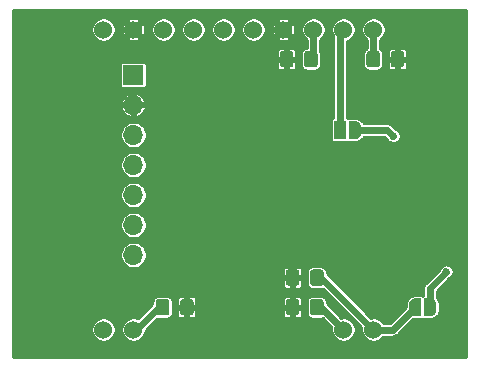
<source format=gbr>
%TF.GenerationSoftware,KiCad,Pcbnew,(5.1.6-0)*%
%TF.CreationDate,2020-10-20T21:46:17+02:00*%
%TF.ProjectId,DisplayAdapter_DOGS104,44697370-6c61-4794-9164-61707465725f,rev?*%
%TF.SameCoordinates,Original*%
%TF.FileFunction,Copper,L1,Top*%
%TF.FilePolarity,Positive*%
%FSLAX46Y46*%
G04 Gerber Fmt 4.6, Leading zero omitted, Abs format (unit mm)*
G04 Created by KiCad (PCBNEW (5.1.6-0)) date 2020-10-20 21:46:17*
%MOMM*%
%LPD*%
G01*
G04 APERTURE LIST*
%TA.AperFunction,SMDPad,CuDef*%
%ADD10R,1.000000X1.500000*%
%TD*%
%TA.AperFunction,SMDPad,CuDef*%
%ADD11C,0.076200*%
%TD*%
%TA.AperFunction,ComponentPad*%
%ADD12C,1.524000*%
%TD*%
%TA.AperFunction,ComponentPad*%
%ADD13O,1.700000X1.700000*%
%TD*%
%TA.AperFunction,ComponentPad*%
%ADD14R,1.700000X1.700000*%
%TD*%
%TA.AperFunction,ViaPad*%
%ADD15C,0.685800*%
%TD*%
%TA.AperFunction,Conductor*%
%ADD16C,0.609600*%
%TD*%
%TA.AperFunction,Conductor*%
%ADD17C,0.254000*%
%TD*%
G04 APERTURE END LIST*
%TO.P,R3,2*%
%TO.N,Net-(JP1-Pad2)*%
%TA.AperFunction,SMDPad,CuDef*%
G36*
G01*
X157450000Y-112450001D02*
X157450000Y-111549999D01*
G75*
G02*
X157699999Y-111300000I249999J0D01*
G01*
X158350001Y-111300000D01*
G75*
G02*
X158600000Y-111549999I0J-249999D01*
G01*
X158600000Y-112450001D01*
G75*
G02*
X158350001Y-112700000I-249999J0D01*
G01*
X157699999Y-112700000D01*
G75*
G02*
X157450000Y-112450001I0J249999D01*
G01*
G37*
%TD.AperFunction*%
%TO.P,R3,1*%
%TO.N,GND*%
%TA.AperFunction,SMDPad,CuDef*%
G36*
G01*
X155400000Y-112450001D02*
X155400000Y-111549999D01*
G75*
G02*
X155649999Y-111300000I249999J0D01*
G01*
X156300001Y-111300000D01*
G75*
G02*
X156550000Y-111549999I0J-249999D01*
G01*
X156550000Y-112450001D01*
G75*
G02*
X156300001Y-112700000I-249999J0D01*
G01*
X155649999Y-112700000D01*
G75*
G02*
X155400000Y-112450001I0J249999D01*
G01*
G37*
%TD.AperFunction*%
%TD*%
%TO.P,R2,2*%
%TO.N,Net-(R2-Pad2)*%
%TA.AperFunction,SMDPad,CuDef*%
G36*
G01*
X145550000Y-114049999D02*
X145550000Y-114950001D01*
G75*
G02*
X145300001Y-115200000I-249999J0D01*
G01*
X144649999Y-115200000D01*
G75*
G02*
X144400000Y-114950001I0J249999D01*
G01*
X144400000Y-114049999D01*
G75*
G02*
X144649999Y-113800000I249999J0D01*
G01*
X145300001Y-113800000D01*
G75*
G02*
X145550000Y-114049999I0J-249999D01*
G01*
G37*
%TD.AperFunction*%
%TO.P,R2,1*%
%TO.N,GND*%
%TA.AperFunction,SMDPad,CuDef*%
G36*
G01*
X147600000Y-114049999D02*
X147600000Y-114950001D01*
G75*
G02*
X147350001Y-115200000I-249999J0D01*
G01*
X146699999Y-115200000D01*
G75*
G02*
X146450000Y-114950001I0J249999D01*
G01*
X146450000Y-114049999D01*
G75*
G02*
X146699999Y-113800000I249999J0D01*
G01*
X147350001Y-113800000D01*
G75*
G02*
X147600000Y-114049999I0J-249999D01*
G01*
G37*
%TD.AperFunction*%
%TD*%
%TO.P,R1,2*%
%TO.N,Net-(R1-Pad2)*%
%TA.AperFunction,SMDPad,CuDef*%
G36*
G01*
X157450000Y-114950001D02*
X157450000Y-114049999D01*
G75*
G02*
X157699999Y-113800000I249999J0D01*
G01*
X158350001Y-113800000D01*
G75*
G02*
X158600000Y-114049999I0J-249999D01*
G01*
X158600000Y-114950001D01*
G75*
G02*
X158350001Y-115200000I-249999J0D01*
G01*
X157699999Y-115200000D01*
G75*
G02*
X157450000Y-114950001I0J249999D01*
G01*
G37*
%TD.AperFunction*%
%TO.P,R1,1*%
%TO.N,GND*%
%TA.AperFunction,SMDPad,CuDef*%
G36*
G01*
X155400000Y-114950001D02*
X155400000Y-114049999D01*
G75*
G02*
X155649999Y-113800000I249999J0D01*
G01*
X156300001Y-113800000D01*
G75*
G02*
X156550000Y-114049999I0J-249999D01*
G01*
X156550000Y-114950001D01*
G75*
G02*
X156300001Y-115200000I-249999J0D01*
G01*
X155649999Y-115200000D01*
G75*
G02*
X155400000Y-114950001I0J249999D01*
G01*
G37*
%TD.AperFunction*%
%TD*%
%TO.P,C2,2*%
%TO.N,GND*%
%TA.AperFunction,SMDPad,CuDef*%
G36*
G01*
X164280000Y-93950001D02*
X164280000Y-93049999D01*
G75*
G02*
X164529999Y-92800000I249999J0D01*
G01*
X165180001Y-92800000D01*
G75*
G02*
X165430000Y-93049999I0J-249999D01*
G01*
X165430000Y-93950001D01*
G75*
G02*
X165180001Y-94200000I-249999J0D01*
G01*
X164529999Y-94200000D01*
G75*
G02*
X164280000Y-93950001I0J249999D01*
G01*
G37*
%TD.AperFunction*%
%TO.P,C2,1*%
%TO.N,Net-(C2-Pad1)*%
%TA.AperFunction,SMDPad,CuDef*%
G36*
G01*
X162230000Y-93950001D02*
X162230000Y-93049999D01*
G75*
G02*
X162479999Y-92800000I249999J0D01*
G01*
X163130001Y-92800000D01*
G75*
G02*
X163380000Y-93049999I0J-249999D01*
G01*
X163380000Y-93950001D01*
G75*
G02*
X163130001Y-94200000I-249999J0D01*
G01*
X162479999Y-94200000D01*
G75*
G02*
X162230000Y-93950001I0J249999D01*
G01*
G37*
%TD.AperFunction*%
%TD*%
%TO.P,C1,2*%
%TO.N,GND*%
%TA.AperFunction,SMDPad,CuDef*%
G36*
G01*
X156050000Y-93049999D02*
X156050000Y-93950001D01*
G75*
G02*
X155800001Y-94200000I-249999J0D01*
G01*
X155149999Y-94200000D01*
G75*
G02*
X154900000Y-93950001I0J249999D01*
G01*
X154900000Y-93049999D01*
G75*
G02*
X155149999Y-92800000I249999J0D01*
G01*
X155800001Y-92800000D01*
G75*
G02*
X156050000Y-93049999I0J-249999D01*
G01*
G37*
%TD.AperFunction*%
%TO.P,C1,1*%
%TO.N,/Vdd*%
%TA.AperFunction,SMDPad,CuDef*%
G36*
G01*
X158100000Y-93049999D02*
X158100000Y-93950001D01*
G75*
G02*
X157850001Y-94200000I-249999J0D01*
G01*
X157199999Y-94200000D01*
G75*
G02*
X156950000Y-93950001I0J249999D01*
G01*
X156950000Y-93049999D01*
G75*
G02*
X157199999Y-92800000I249999J0D01*
G01*
X157850001Y-92800000D01*
G75*
G02*
X158100000Y-93049999I0J-249999D01*
G01*
G37*
%TD.AperFunction*%
%TD*%
D10*
%TO.P,JP2,2*%
%TO.N,/MODE*%
X160000000Y-99500000D03*
%TA.AperFunction,SMDPad,CuDef*%
D11*
%TO.P,JP2,3*%
%TO.N,/Vdd*%
G36*
X161300000Y-98750602D02*
G01*
X161324534Y-98750602D01*
X161373365Y-98755412D01*
X161421490Y-98764984D01*
X161468445Y-98779228D01*
X161513778Y-98798005D01*
X161557051Y-98821136D01*
X161597850Y-98848396D01*
X161635779Y-98879524D01*
X161670476Y-98914221D01*
X161701604Y-98952150D01*
X161728864Y-98992949D01*
X161751995Y-99036222D01*
X161770772Y-99081555D01*
X161785016Y-99128510D01*
X161794588Y-99176635D01*
X161799398Y-99225466D01*
X161799398Y-99250000D01*
X161800000Y-99250000D01*
X161800000Y-99750000D01*
X161799398Y-99750000D01*
X161799398Y-99774534D01*
X161794588Y-99823365D01*
X161785016Y-99871490D01*
X161770772Y-99918445D01*
X161751995Y-99963778D01*
X161728864Y-100007051D01*
X161701604Y-100047850D01*
X161670476Y-100085779D01*
X161635779Y-100120476D01*
X161597850Y-100151604D01*
X161557051Y-100178864D01*
X161513778Y-100201995D01*
X161468445Y-100220772D01*
X161421490Y-100235016D01*
X161373365Y-100244588D01*
X161324534Y-100249398D01*
X161300000Y-100249398D01*
X161300000Y-100250000D01*
X160750000Y-100250000D01*
X160750000Y-98750000D01*
X161300000Y-98750000D01*
X161300000Y-98750602D01*
G37*
%TD.AperFunction*%
%TA.AperFunction,SMDPad,CuDef*%
%TO.P,JP2,1*%
%TO.N,GND*%
G36*
X159250000Y-100250000D02*
G01*
X158700000Y-100250000D01*
X158700000Y-100249398D01*
X158675466Y-100249398D01*
X158626635Y-100244588D01*
X158578510Y-100235016D01*
X158531555Y-100220772D01*
X158486222Y-100201995D01*
X158442949Y-100178864D01*
X158402150Y-100151604D01*
X158364221Y-100120476D01*
X158329524Y-100085779D01*
X158298396Y-100047850D01*
X158271136Y-100007051D01*
X158248005Y-99963778D01*
X158229228Y-99918445D01*
X158214984Y-99871490D01*
X158205412Y-99823365D01*
X158200602Y-99774534D01*
X158200602Y-99750000D01*
X158200000Y-99750000D01*
X158200000Y-99250000D01*
X158200602Y-99250000D01*
X158200602Y-99225466D01*
X158205412Y-99176635D01*
X158214984Y-99128510D01*
X158229228Y-99081555D01*
X158248005Y-99036222D01*
X158271136Y-98992949D01*
X158298396Y-98952150D01*
X158329524Y-98914221D01*
X158364221Y-98879524D01*
X158402150Y-98848396D01*
X158442949Y-98821136D01*
X158486222Y-98798005D01*
X158531555Y-98779228D01*
X158578510Y-98764984D01*
X158626635Y-98755412D01*
X158675466Y-98750602D01*
X158700000Y-98750602D01*
X158700000Y-98750000D01*
X159250000Y-98750000D01*
X159250000Y-100250000D01*
G37*
%TD.AperFunction*%
%TD*%
D12*
%TO.P,U1,1*%
%TO.N,/Vdd*%
X139970000Y-116400000D03*
%TO.P,U1,11*%
%TO.N,Net-(C2-Pad1)*%
X162830000Y-91000000D03*
%TO.P,U1,12*%
%TO.N,/MODE*%
X160290000Y-91000000D03*
%TO.P,U1,13*%
%TO.N,/Vdd*%
X157750000Y-91000000D03*
%TO.P,U1,14*%
%TO.N,GND*%
X155210000Y-91000000D03*
%TO.P,U1,15*%
%TO.N,/MISO*%
X152670000Y-91000000D03*
%TO.P,U1,16*%
%TO.N,/MOSI*%
X150130000Y-91000000D03*
%TO.P,U1,17*%
%TO.N,/CLK*%
X147590000Y-91000000D03*
%TO.P,U1,18*%
%TO.N,/~CS*%
X145050000Y-91000000D03*
%TO.P,U1,19*%
%TO.N,GND*%
X142510000Y-91000000D03*
%TO.P,U1,20*%
%TO.N,/~RESET*%
X139970000Y-91000000D03*
%TO.P,U1,2*%
%TO.N,Net-(R2-Pad2)*%
X142510000Y-116400000D03*
%TO.P,U1,9*%
%TO.N,Net-(R1-Pad2)*%
X160290000Y-116400000D03*
%TO.P,U1,10*%
%TO.N,Net-(JP1-Pad2)*%
X162830000Y-116400000D03*
%TD*%
D13*
%TO.P,J1,7*%
%TO.N,/Vdd*%
X142500000Y-110080000D03*
%TO.P,J1,6*%
%TO.N,/MISO*%
X142500000Y-107540000D03*
%TO.P,J1,5*%
%TO.N,/MOSI*%
X142500000Y-105000000D03*
%TO.P,J1,4*%
%TO.N,/CLK*%
X142500000Y-102460000D03*
%TO.P,J1,3*%
%TO.N,/~CS*%
X142500000Y-99920000D03*
%TO.P,J1,2*%
%TO.N,GND*%
X142500000Y-97380000D03*
D14*
%TO.P,J1,1*%
%TO.N,/~RESET*%
X142500000Y-94840000D03*
%TD*%
%TA.AperFunction,SMDPad,CuDef*%
D11*
%TO.P,JP1,2*%
%TO.N,Net-(JP1-Pad2)*%
G36*
X166350000Y-115249398D02*
G01*
X166325466Y-115249398D01*
X166276635Y-115244588D01*
X166228510Y-115235016D01*
X166181555Y-115220772D01*
X166136222Y-115201995D01*
X166092949Y-115178864D01*
X166052150Y-115151604D01*
X166014221Y-115120476D01*
X165979524Y-115085779D01*
X165948396Y-115047850D01*
X165921136Y-115007051D01*
X165898005Y-114963778D01*
X165879228Y-114918445D01*
X165864984Y-114871490D01*
X165855412Y-114823365D01*
X165850602Y-114774534D01*
X165850602Y-114750000D01*
X165850000Y-114750000D01*
X165850000Y-114250000D01*
X165850602Y-114250000D01*
X165850602Y-114225466D01*
X165855412Y-114176635D01*
X165864984Y-114128510D01*
X165879228Y-114081555D01*
X165898005Y-114036222D01*
X165921136Y-113992949D01*
X165948396Y-113952150D01*
X165979524Y-113914221D01*
X166014221Y-113879524D01*
X166052150Y-113848396D01*
X166092949Y-113821136D01*
X166136222Y-113798005D01*
X166181555Y-113779228D01*
X166228510Y-113764984D01*
X166276635Y-113755412D01*
X166325466Y-113750602D01*
X166350000Y-113750602D01*
X166350000Y-113750000D01*
X166850000Y-113750000D01*
X166850000Y-115250000D01*
X166350000Y-115250000D01*
X166350000Y-115249398D01*
G37*
%TD.AperFunction*%
%TA.AperFunction,SMDPad,CuDef*%
%TO.P,JP1,1*%
%TO.N,/Vdd*%
G36*
X167150000Y-113750000D02*
G01*
X167650000Y-113750000D01*
X167650000Y-113750602D01*
X167674534Y-113750602D01*
X167723365Y-113755412D01*
X167771490Y-113764984D01*
X167818445Y-113779228D01*
X167863778Y-113798005D01*
X167907051Y-113821136D01*
X167947850Y-113848396D01*
X167985779Y-113879524D01*
X168020476Y-113914221D01*
X168051604Y-113952150D01*
X168078864Y-113992949D01*
X168101995Y-114036222D01*
X168120772Y-114081555D01*
X168135016Y-114128510D01*
X168144588Y-114176635D01*
X168149398Y-114225466D01*
X168149398Y-114250000D01*
X168150000Y-114250000D01*
X168150000Y-114750000D01*
X168149398Y-114750000D01*
X168149398Y-114774534D01*
X168144588Y-114823365D01*
X168135016Y-114871490D01*
X168120772Y-114918445D01*
X168101995Y-114963778D01*
X168078864Y-115007051D01*
X168051604Y-115047850D01*
X168020476Y-115085779D01*
X167985779Y-115120476D01*
X167947850Y-115151604D01*
X167907051Y-115178864D01*
X167863778Y-115201995D01*
X167818445Y-115220772D01*
X167771490Y-115235016D01*
X167723365Y-115244588D01*
X167674534Y-115249398D01*
X167650000Y-115249398D01*
X167650000Y-115250000D01*
X167150000Y-115250000D01*
X167150000Y-113750000D01*
G37*
%TD.AperFunction*%
%TD*%
D15*
%TO.N,/Vdd*%
X164500000Y-100000000D03*
X169000000Y-111500000D03*
%TD*%
D16*
%TO.N,/Vdd*%
X164000000Y-99500000D02*
X164500000Y-100000000D01*
X161300000Y-99500000D02*
X164000000Y-99500000D01*
X157750000Y-93250000D02*
X157500000Y-93500000D01*
X157750000Y-91000000D02*
X157750000Y-93250000D01*
X167650000Y-112850000D02*
X167650000Y-114500000D01*
X169000000Y-111500000D02*
X167650000Y-112850000D01*
%TO.N,Net-(C2-Pad1)*%
X162830000Y-93475000D02*
X162805000Y-93500000D01*
X162830000Y-91000000D02*
X162830000Y-93475000D01*
%TO.N,Net-(JP1-Pad2)*%
X158430000Y-112000000D02*
X162830000Y-116400000D01*
X158025000Y-112000000D02*
X158430000Y-112000000D01*
X164450000Y-116400000D02*
X166350000Y-114500000D01*
X162830000Y-116400000D02*
X164450000Y-116400000D01*
%TO.N,Net-(R1-Pad2)*%
X158390000Y-114500000D02*
X160290000Y-116400000D01*
X158025000Y-114500000D02*
X158390000Y-114500000D01*
%TO.N,Net-(R2-Pad2)*%
X142750000Y-116400000D02*
X144650000Y-114500000D01*
X142510000Y-116400000D02*
X142750000Y-116400000D01*
%TO.N,/MODE*%
X160000000Y-91290000D02*
X160290000Y-91000000D01*
X160000000Y-99500000D02*
X160000000Y-91290000D01*
%TD*%
D17*
%TO.N,GND*%
G36*
X170696401Y-118696400D02*
G01*
X132303600Y-118696400D01*
X132303600Y-116297431D01*
X138928600Y-116297431D01*
X138928600Y-116502569D01*
X138968620Y-116703765D01*
X139047123Y-116893288D01*
X139161092Y-117063854D01*
X139306146Y-117208908D01*
X139476712Y-117322877D01*
X139666235Y-117401380D01*
X139867431Y-117441400D01*
X140072569Y-117441400D01*
X140273765Y-117401380D01*
X140463288Y-117322877D01*
X140633854Y-117208908D01*
X140778908Y-117063854D01*
X140892877Y-116893288D01*
X140971380Y-116703765D01*
X141011400Y-116502569D01*
X141011400Y-116297431D01*
X141468600Y-116297431D01*
X141468600Y-116502569D01*
X141508620Y-116703765D01*
X141587123Y-116893288D01*
X141701092Y-117063854D01*
X141846146Y-117208908D01*
X142016712Y-117322877D01*
X142206235Y-117401380D01*
X142407431Y-117441400D01*
X142612569Y-117441400D01*
X142813765Y-117401380D01*
X143003288Y-117322877D01*
X143173854Y-117208908D01*
X143318908Y-117063854D01*
X143432877Y-116893288D01*
X143511380Y-116703765D01*
X143551400Y-116502569D01*
X143551400Y-116424783D01*
X144515132Y-115461051D01*
X144546455Y-115470553D01*
X144649999Y-115480751D01*
X145300001Y-115480751D01*
X145403545Y-115470553D01*
X145503110Y-115440350D01*
X145594870Y-115391303D01*
X145675298Y-115325298D01*
X145741303Y-115244870D01*
X145765286Y-115200000D01*
X146220294Y-115200000D01*
X146224708Y-115244813D01*
X146237779Y-115287905D01*
X146259006Y-115327618D01*
X146287573Y-115362427D01*
X146322382Y-115390994D01*
X146362095Y-115412221D01*
X146405187Y-115425292D01*
X146450000Y-115429706D01*
X146840850Y-115428600D01*
X146898000Y-115371450D01*
X146898000Y-114627000D01*
X147152000Y-114627000D01*
X147152000Y-115371450D01*
X147209150Y-115428600D01*
X147600000Y-115429706D01*
X147644813Y-115425292D01*
X147687905Y-115412221D01*
X147727618Y-115390994D01*
X147762427Y-115362427D01*
X147790994Y-115327618D01*
X147812221Y-115287905D01*
X147825292Y-115244813D01*
X147829706Y-115200000D01*
X155170294Y-115200000D01*
X155174708Y-115244813D01*
X155187779Y-115287905D01*
X155209006Y-115327618D01*
X155237573Y-115362427D01*
X155272382Y-115390994D01*
X155312095Y-115412221D01*
X155355187Y-115425292D01*
X155400000Y-115429706D01*
X155790850Y-115428600D01*
X155848000Y-115371450D01*
X155848000Y-114627000D01*
X156102000Y-114627000D01*
X156102000Y-115371450D01*
X156159150Y-115428600D01*
X156550000Y-115429706D01*
X156594813Y-115425292D01*
X156637905Y-115412221D01*
X156677618Y-115390994D01*
X156712427Y-115362427D01*
X156740994Y-115327618D01*
X156762221Y-115287905D01*
X156775292Y-115244813D01*
X156779706Y-115200000D01*
X156778600Y-114684150D01*
X156721450Y-114627000D01*
X156102000Y-114627000D01*
X155848000Y-114627000D01*
X155228550Y-114627000D01*
X155171400Y-114684150D01*
X155170294Y-115200000D01*
X147829706Y-115200000D01*
X147828600Y-114684150D01*
X147771450Y-114627000D01*
X147152000Y-114627000D01*
X146898000Y-114627000D01*
X146278550Y-114627000D01*
X146221400Y-114684150D01*
X146220294Y-115200000D01*
X145765286Y-115200000D01*
X145790350Y-115153110D01*
X145820553Y-115053545D01*
X145830751Y-114950001D01*
X145830751Y-114049999D01*
X145820553Y-113946455D01*
X145790350Y-113846890D01*
X145765287Y-113800000D01*
X146220294Y-113800000D01*
X146221400Y-114315850D01*
X146278550Y-114373000D01*
X146898000Y-114373000D01*
X146898000Y-113628550D01*
X147152000Y-113628550D01*
X147152000Y-114373000D01*
X147771450Y-114373000D01*
X147828600Y-114315850D01*
X147829706Y-113800000D01*
X155170294Y-113800000D01*
X155171400Y-114315850D01*
X155228550Y-114373000D01*
X155848000Y-114373000D01*
X155848000Y-113628550D01*
X156102000Y-113628550D01*
X156102000Y-114373000D01*
X156721450Y-114373000D01*
X156778600Y-114315850D01*
X156779169Y-114049999D01*
X157169249Y-114049999D01*
X157169249Y-114950001D01*
X157179447Y-115053545D01*
X157209650Y-115153110D01*
X157258697Y-115244870D01*
X157324702Y-115325298D01*
X157405130Y-115391303D01*
X157496890Y-115440350D01*
X157596455Y-115470553D01*
X157699999Y-115480751D01*
X158350001Y-115480751D01*
X158453545Y-115470553D01*
X158515558Y-115451741D01*
X159267289Y-116203473D01*
X159248600Y-116297431D01*
X159248600Y-116502569D01*
X159288620Y-116703765D01*
X159367123Y-116893288D01*
X159481092Y-117063854D01*
X159626146Y-117208908D01*
X159796712Y-117322877D01*
X159986235Y-117401380D01*
X160187431Y-117441400D01*
X160392569Y-117441400D01*
X160593765Y-117401380D01*
X160783288Y-117322877D01*
X160953854Y-117208908D01*
X161098908Y-117063854D01*
X161212877Y-116893288D01*
X161291380Y-116703765D01*
X161331400Y-116502569D01*
X161331400Y-116297431D01*
X161291380Y-116096235D01*
X161212877Y-115906712D01*
X161098908Y-115736146D01*
X160953854Y-115591092D01*
X160783288Y-115477123D01*
X160593765Y-115398620D01*
X160392569Y-115358600D01*
X160187431Y-115358600D01*
X160093473Y-115377289D01*
X158880751Y-114164568D01*
X158880751Y-114049999D01*
X158870553Y-113946455D01*
X158840350Y-113846890D01*
X158791303Y-113755130D01*
X158725298Y-113674702D01*
X158644870Y-113608697D01*
X158553110Y-113559650D01*
X158453545Y-113529447D01*
X158350001Y-113519249D01*
X157699999Y-113519249D01*
X157596455Y-113529447D01*
X157496890Y-113559650D01*
X157405130Y-113608697D01*
X157324702Y-113674702D01*
X157258697Y-113755130D01*
X157209650Y-113846890D01*
X157179447Y-113946455D01*
X157169249Y-114049999D01*
X156779169Y-114049999D01*
X156779706Y-113800000D01*
X156775292Y-113755187D01*
X156762221Y-113712095D01*
X156740994Y-113672382D01*
X156712427Y-113637573D01*
X156677618Y-113609006D01*
X156637905Y-113587779D01*
X156594813Y-113574708D01*
X156550000Y-113570294D01*
X156159150Y-113571400D01*
X156102000Y-113628550D01*
X155848000Y-113628550D01*
X155790850Y-113571400D01*
X155400000Y-113570294D01*
X155355187Y-113574708D01*
X155312095Y-113587779D01*
X155272382Y-113609006D01*
X155237573Y-113637573D01*
X155209006Y-113672382D01*
X155187779Y-113712095D01*
X155174708Y-113755187D01*
X155170294Y-113800000D01*
X147829706Y-113800000D01*
X147825292Y-113755187D01*
X147812221Y-113712095D01*
X147790994Y-113672382D01*
X147762427Y-113637573D01*
X147727618Y-113609006D01*
X147687905Y-113587779D01*
X147644813Y-113574708D01*
X147600000Y-113570294D01*
X147209150Y-113571400D01*
X147152000Y-113628550D01*
X146898000Y-113628550D01*
X146840850Y-113571400D01*
X146450000Y-113570294D01*
X146405187Y-113574708D01*
X146362095Y-113587779D01*
X146322382Y-113609006D01*
X146287573Y-113637573D01*
X146259006Y-113672382D01*
X146237779Y-113712095D01*
X146224708Y-113755187D01*
X146220294Y-113800000D01*
X145765287Y-113800000D01*
X145741303Y-113755130D01*
X145675298Y-113674702D01*
X145594870Y-113608697D01*
X145503110Y-113559650D01*
X145403545Y-113529447D01*
X145300001Y-113519249D01*
X144649999Y-113519249D01*
X144546455Y-113529447D01*
X144446890Y-113559650D01*
X144355130Y-113608697D01*
X144274702Y-113674702D01*
X144208697Y-113755130D01*
X144159650Y-113846890D01*
X144129447Y-113946455D01*
X144119249Y-114049999D01*
X144119249Y-114204567D01*
X142892559Y-115431258D01*
X142813765Y-115398620D01*
X142612569Y-115358600D01*
X142407431Y-115358600D01*
X142206235Y-115398620D01*
X142016712Y-115477123D01*
X141846146Y-115591092D01*
X141701092Y-115736146D01*
X141587123Y-115906712D01*
X141508620Y-116096235D01*
X141468600Y-116297431D01*
X141011400Y-116297431D01*
X140971380Y-116096235D01*
X140892877Y-115906712D01*
X140778908Y-115736146D01*
X140633854Y-115591092D01*
X140463288Y-115477123D01*
X140273765Y-115398620D01*
X140072569Y-115358600D01*
X139867431Y-115358600D01*
X139666235Y-115398620D01*
X139476712Y-115477123D01*
X139306146Y-115591092D01*
X139161092Y-115736146D01*
X139047123Y-115906712D01*
X138968620Y-116096235D01*
X138928600Y-116297431D01*
X132303600Y-116297431D01*
X132303600Y-112700000D01*
X155170294Y-112700000D01*
X155174708Y-112744813D01*
X155187779Y-112787905D01*
X155209006Y-112827618D01*
X155237573Y-112862427D01*
X155272382Y-112890994D01*
X155312095Y-112912221D01*
X155355187Y-112925292D01*
X155400000Y-112929706D01*
X155790850Y-112928600D01*
X155848000Y-112871450D01*
X155848000Y-112127000D01*
X156102000Y-112127000D01*
X156102000Y-112871450D01*
X156159150Y-112928600D01*
X156550000Y-112929706D01*
X156594813Y-112925292D01*
X156637905Y-112912221D01*
X156677618Y-112890994D01*
X156712427Y-112862427D01*
X156740994Y-112827618D01*
X156762221Y-112787905D01*
X156775292Y-112744813D01*
X156779706Y-112700000D01*
X156778600Y-112184150D01*
X156721450Y-112127000D01*
X156102000Y-112127000D01*
X155848000Y-112127000D01*
X155228550Y-112127000D01*
X155171400Y-112184150D01*
X155170294Y-112700000D01*
X132303600Y-112700000D01*
X132303600Y-111300000D01*
X155170294Y-111300000D01*
X155171400Y-111815850D01*
X155228550Y-111873000D01*
X155848000Y-111873000D01*
X155848000Y-111128550D01*
X156102000Y-111128550D01*
X156102000Y-111873000D01*
X156721450Y-111873000D01*
X156778600Y-111815850D01*
X156779169Y-111549999D01*
X157169249Y-111549999D01*
X157169249Y-112450001D01*
X157179447Y-112553545D01*
X157209650Y-112653110D01*
X157258697Y-112744870D01*
X157324702Y-112825298D01*
X157405130Y-112891303D01*
X157496890Y-112940350D01*
X157596455Y-112970553D01*
X157699999Y-112980751D01*
X158350001Y-112980751D01*
X158453545Y-112970553D01*
X158546248Y-112942431D01*
X161807289Y-116203473D01*
X161788600Y-116297431D01*
X161788600Y-116502569D01*
X161828620Y-116703765D01*
X161907123Y-116893288D01*
X162021092Y-117063854D01*
X162166146Y-117208908D01*
X162336712Y-117322877D01*
X162526235Y-117401380D01*
X162727431Y-117441400D01*
X162932569Y-117441400D01*
X163133765Y-117401380D01*
X163323288Y-117322877D01*
X163493854Y-117208908D01*
X163638908Y-117063854D01*
X163692131Y-116984200D01*
X164421316Y-116984200D01*
X164450000Y-116987025D01*
X164478684Y-116984200D01*
X164478692Y-116984200D01*
X164564523Y-116975746D01*
X164674645Y-116942341D01*
X164776134Y-116888094D01*
X164865090Y-116815090D01*
X164883382Y-116792801D01*
X166168662Y-115507522D01*
X166246219Y-115522949D01*
X166300991Y-115528344D01*
X166325553Y-115528344D01*
X166350000Y-115530752D01*
X166850000Y-115530752D01*
X166904772Y-115525357D01*
X166957439Y-115509381D01*
X167000000Y-115486632D01*
X167042561Y-115509381D01*
X167095228Y-115525357D01*
X167150000Y-115530752D01*
X167650000Y-115530752D01*
X167674447Y-115528344D01*
X167699009Y-115528344D01*
X167753781Y-115522949D01*
X167849914Y-115503827D01*
X167902580Y-115487852D01*
X167993136Y-115450343D01*
X168041676Y-115424398D01*
X168123175Y-115369942D01*
X168165719Y-115335027D01*
X168235027Y-115265719D01*
X168269942Y-115223175D01*
X168324398Y-115141676D01*
X168350343Y-115093136D01*
X168387852Y-115002580D01*
X168403827Y-114949914D01*
X168422949Y-114853781D01*
X168428344Y-114799009D01*
X168428344Y-114774447D01*
X168430752Y-114750000D01*
X168430752Y-114250000D01*
X168428344Y-114225553D01*
X168428344Y-114200991D01*
X168422949Y-114146219D01*
X168403827Y-114050086D01*
X168387852Y-113997420D01*
X168350343Y-113906864D01*
X168324398Y-113858324D01*
X168269942Y-113776825D01*
X168235027Y-113734281D01*
X168234200Y-113733454D01*
X168234200Y-113091983D01*
X169260522Y-112065661D01*
X169294770Y-112051475D01*
X169396693Y-111983372D01*
X169483372Y-111896693D01*
X169551475Y-111794770D01*
X169598385Y-111681518D01*
X169622300Y-111561291D01*
X169622300Y-111438709D01*
X169598385Y-111318482D01*
X169551475Y-111205230D01*
X169483372Y-111103307D01*
X169396693Y-111016628D01*
X169294770Y-110948525D01*
X169181518Y-110901615D01*
X169061291Y-110877700D01*
X168938709Y-110877700D01*
X168818482Y-110901615D01*
X168705230Y-110948525D01*
X168603307Y-111016628D01*
X168516628Y-111103307D01*
X168448525Y-111205230D01*
X168434339Y-111239478D01*
X167257199Y-112416618D01*
X167234910Y-112434910D01*
X167161906Y-112523867D01*
X167107659Y-112625356D01*
X167074254Y-112735478D01*
X167065800Y-112821309D01*
X167065800Y-112821316D01*
X167062975Y-112850000D01*
X167065800Y-112878684D01*
X167065800Y-113483570D01*
X167042561Y-113490619D01*
X167000000Y-113513368D01*
X166957439Y-113490619D01*
X166904772Y-113474643D01*
X166850000Y-113469248D01*
X166350000Y-113469248D01*
X166325553Y-113471656D01*
X166300991Y-113471656D01*
X166246219Y-113477051D01*
X166150086Y-113496173D01*
X166097420Y-113512148D01*
X166006864Y-113549657D01*
X165958324Y-113575602D01*
X165876825Y-113630058D01*
X165834281Y-113664973D01*
X165764973Y-113734281D01*
X165730058Y-113776825D01*
X165675602Y-113858324D01*
X165649657Y-113906864D01*
X165612148Y-113997420D01*
X165596173Y-114050086D01*
X165577051Y-114146219D01*
X165571656Y-114200991D01*
X165571656Y-114225553D01*
X165569248Y-114250000D01*
X165569248Y-114454568D01*
X164208017Y-115815800D01*
X163692131Y-115815800D01*
X163638908Y-115736146D01*
X163493854Y-115591092D01*
X163323288Y-115477123D01*
X163133765Y-115398620D01*
X162932569Y-115358600D01*
X162727431Y-115358600D01*
X162633473Y-115377289D01*
X158880751Y-111624568D01*
X158880751Y-111549999D01*
X158870553Y-111446455D01*
X158840350Y-111346890D01*
X158791303Y-111255130D01*
X158725298Y-111174702D01*
X158644870Y-111108697D01*
X158553110Y-111059650D01*
X158453545Y-111029447D01*
X158350001Y-111019249D01*
X157699999Y-111019249D01*
X157596455Y-111029447D01*
X157496890Y-111059650D01*
X157405130Y-111108697D01*
X157324702Y-111174702D01*
X157258697Y-111255130D01*
X157209650Y-111346890D01*
X157179447Y-111446455D01*
X157169249Y-111549999D01*
X156779169Y-111549999D01*
X156779706Y-111300000D01*
X156775292Y-111255187D01*
X156762221Y-111212095D01*
X156740994Y-111172382D01*
X156712427Y-111137573D01*
X156677618Y-111109006D01*
X156637905Y-111087779D01*
X156594813Y-111074708D01*
X156550000Y-111070294D01*
X156159150Y-111071400D01*
X156102000Y-111128550D01*
X155848000Y-111128550D01*
X155790850Y-111071400D01*
X155400000Y-111070294D01*
X155355187Y-111074708D01*
X155312095Y-111087779D01*
X155272382Y-111109006D01*
X155237573Y-111137573D01*
X155209006Y-111172382D01*
X155187779Y-111212095D01*
X155174708Y-111255187D01*
X155170294Y-111300000D01*
X132303600Y-111300000D01*
X132303600Y-109968764D01*
X141370600Y-109968764D01*
X141370600Y-110191236D01*
X141414002Y-110409434D01*
X141499138Y-110614972D01*
X141622737Y-110799951D01*
X141780049Y-110957263D01*
X141965028Y-111080862D01*
X142170566Y-111165998D01*
X142388764Y-111209400D01*
X142611236Y-111209400D01*
X142829434Y-111165998D01*
X143034972Y-111080862D01*
X143219951Y-110957263D01*
X143377263Y-110799951D01*
X143500862Y-110614972D01*
X143585998Y-110409434D01*
X143629400Y-110191236D01*
X143629400Y-109968764D01*
X143585998Y-109750566D01*
X143500862Y-109545028D01*
X143377263Y-109360049D01*
X143219951Y-109202737D01*
X143034972Y-109079138D01*
X142829434Y-108994002D01*
X142611236Y-108950600D01*
X142388764Y-108950600D01*
X142170566Y-108994002D01*
X141965028Y-109079138D01*
X141780049Y-109202737D01*
X141622737Y-109360049D01*
X141499138Y-109545028D01*
X141414002Y-109750566D01*
X141370600Y-109968764D01*
X132303600Y-109968764D01*
X132303600Y-107428764D01*
X141370600Y-107428764D01*
X141370600Y-107651236D01*
X141414002Y-107869434D01*
X141499138Y-108074972D01*
X141622737Y-108259951D01*
X141780049Y-108417263D01*
X141965028Y-108540862D01*
X142170566Y-108625998D01*
X142388764Y-108669400D01*
X142611236Y-108669400D01*
X142829434Y-108625998D01*
X143034972Y-108540862D01*
X143219951Y-108417263D01*
X143377263Y-108259951D01*
X143500862Y-108074972D01*
X143585998Y-107869434D01*
X143629400Y-107651236D01*
X143629400Y-107428764D01*
X143585998Y-107210566D01*
X143500862Y-107005028D01*
X143377263Y-106820049D01*
X143219951Y-106662737D01*
X143034972Y-106539138D01*
X142829434Y-106454002D01*
X142611236Y-106410600D01*
X142388764Y-106410600D01*
X142170566Y-106454002D01*
X141965028Y-106539138D01*
X141780049Y-106662737D01*
X141622737Y-106820049D01*
X141499138Y-107005028D01*
X141414002Y-107210566D01*
X141370600Y-107428764D01*
X132303600Y-107428764D01*
X132303600Y-104888764D01*
X141370600Y-104888764D01*
X141370600Y-105111236D01*
X141414002Y-105329434D01*
X141499138Y-105534972D01*
X141622737Y-105719951D01*
X141780049Y-105877263D01*
X141965028Y-106000862D01*
X142170566Y-106085998D01*
X142388764Y-106129400D01*
X142611236Y-106129400D01*
X142829434Y-106085998D01*
X143034972Y-106000862D01*
X143219951Y-105877263D01*
X143377263Y-105719951D01*
X143500862Y-105534972D01*
X143585998Y-105329434D01*
X143629400Y-105111236D01*
X143629400Y-104888764D01*
X143585998Y-104670566D01*
X143500862Y-104465028D01*
X143377263Y-104280049D01*
X143219951Y-104122737D01*
X143034972Y-103999138D01*
X142829434Y-103914002D01*
X142611236Y-103870600D01*
X142388764Y-103870600D01*
X142170566Y-103914002D01*
X141965028Y-103999138D01*
X141780049Y-104122737D01*
X141622737Y-104280049D01*
X141499138Y-104465028D01*
X141414002Y-104670566D01*
X141370600Y-104888764D01*
X132303600Y-104888764D01*
X132303600Y-102348764D01*
X141370600Y-102348764D01*
X141370600Y-102571236D01*
X141414002Y-102789434D01*
X141499138Y-102994972D01*
X141622737Y-103179951D01*
X141780049Y-103337263D01*
X141965028Y-103460862D01*
X142170566Y-103545998D01*
X142388764Y-103589400D01*
X142611236Y-103589400D01*
X142829434Y-103545998D01*
X143034972Y-103460862D01*
X143219951Y-103337263D01*
X143377263Y-103179951D01*
X143500862Y-102994972D01*
X143585998Y-102789434D01*
X143629400Y-102571236D01*
X143629400Y-102348764D01*
X143585998Y-102130566D01*
X143500862Y-101925028D01*
X143377263Y-101740049D01*
X143219951Y-101582737D01*
X143034972Y-101459138D01*
X142829434Y-101374002D01*
X142611236Y-101330600D01*
X142388764Y-101330600D01*
X142170566Y-101374002D01*
X141965028Y-101459138D01*
X141780049Y-101582737D01*
X141622737Y-101740049D01*
X141499138Y-101925028D01*
X141414002Y-102130566D01*
X141370600Y-102348764D01*
X132303600Y-102348764D01*
X132303600Y-99808764D01*
X141370600Y-99808764D01*
X141370600Y-100031236D01*
X141414002Y-100249434D01*
X141499138Y-100454972D01*
X141622737Y-100639951D01*
X141780049Y-100797263D01*
X141965028Y-100920862D01*
X142170566Y-101005998D01*
X142388764Y-101049400D01*
X142611236Y-101049400D01*
X142829434Y-101005998D01*
X143034972Y-100920862D01*
X143219951Y-100797263D01*
X143377263Y-100639951D01*
X143500862Y-100454972D01*
X143585998Y-100249434D01*
X143629400Y-100031236D01*
X143629400Y-99808764D01*
X143585998Y-99590566D01*
X143500862Y-99385028D01*
X143377263Y-99200049D01*
X143219951Y-99042737D01*
X143034972Y-98919138D01*
X142829434Y-98834002D01*
X142611236Y-98790600D01*
X142388764Y-98790600D01*
X142170566Y-98834002D01*
X141965028Y-98919138D01*
X141780049Y-99042737D01*
X141622737Y-99200049D01*
X141499138Y-99385028D01*
X141414002Y-99590566D01*
X141370600Y-99808764D01*
X132303600Y-99808764D01*
X132303600Y-98750000D01*
X159219249Y-98750000D01*
X159219249Y-100250000D01*
X159224644Y-100304772D01*
X159240620Y-100357439D01*
X159266564Y-100405977D01*
X159301479Y-100448521D01*
X159344023Y-100483436D01*
X159392561Y-100509380D01*
X159445228Y-100525356D01*
X159500000Y-100530751D01*
X160500000Y-100530751D01*
X160554772Y-100525356D01*
X160607439Y-100509380D01*
X160624999Y-100499994D01*
X160642561Y-100509381D01*
X160695228Y-100525357D01*
X160750000Y-100530752D01*
X161300000Y-100530752D01*
X161324447Y-100528344D01*
X161349009Y-100528344D01*
X161403781Y-100522949D01*
X161499914Y-100503827D01*
X161552580Y-100487852D01*
X161643136Y-100450343D01*
X161691676Y-100424398D01*
X161773175Y-100369942D01*
X161815719Y-100335027D01*
X161885027Y-100265719D01*
X161919942Y-100223175D01*
X161974398Y-100141676D01*
X162000343Y-100093136D01*
X162004044Y-100084200D01*
X163758017Y-100084200D01*
X163934340Y-100260523D01*
X163948525Y-100294770D01*
X164016628Y-100396693D01*
X164103307Y-100483372D01*
X164205230Y-100551475D01*
X164318482Y-100598385D01*
X164438709Y-100622300D01*
X164561291Y-100622300D01*
X164681518Y-100598385D01*
X164794770Y-100551475D01*
X164896693Y-100483372D01*
X164983372Y-100396693D01*
X165051475Y-100294770D01*
X165098385Y-100181518D01*
X165122300Y-100061291D01*
X165122300Y-99938709D01*
X165098385Y-99818482D01*
X165051475Y-99705230D01*
X164983372Y-99603307D01*
X164896693Y-99516628D01*
X164794770Y-99448525D01*
X164760523Y-99434340D01*
X164433382Y-99107199D01*
X164415090Y-99084910D01*
X164326134Y-99011906D01*
X164224645Y-98957659D01*
X164114523Y-98924254D01*
X164028692Y-98915800D01*
X164028684Y-98915800D01*
X164000000Y-98912975D01*
X163971316Y-98915800D01*
X162004044Y-98915800D01*
X162000343Y-98906864D01*
X161974398Y-98858324D01*
X161919942Y-98776825D01*
X161885027Y-98734281D01*
X161815719Y-98664973D01*
X161773175Y-98630058D01*
X161691676Y-98575602D01*
X161643136Y-98549657D01*
X161552580Y-98512148D01*
X161499914Y-98496173D01*
X161403781Y-98477051D01*
X161349009Y-98471656D01*
X161324447Y-98471656D01*
X161300000Y-98469248D01*
X160750000Y-98469248D01*
X160695228Y-98474643D01*
X160642561Y-98490619D01*
X160624999Y-98500006D01*
X160607439Y-98490620D01*
X160584200Y-98483571D01*
X160584200Y-92003283D01*
X160593765Y-92001380D01*
X160783288Y-91922877D01*
X160953854Y-91808908D01*
X161098908Y-91663854D01*
X161212877Y-91493288D01*
X161291380Y-91303765D01*
X161331400Y-91102569D01*
X161331400Y-90897431D01*
X161788600Y-90897431D01*
X161788600Y-91102569D01*
X161828620Y-91303765D01*
X161907123Y-91493288D01*
X162021092Y-91663854D01*
X162166146Y-91808908D01*
X162245800Y-91862132D01*
X162245801Y-92576268D01*
X162185130Y-92608697D01*
X162104702Y-92674702D01*
X162038697Y-92755130D01*
X161989650Y-92846890D01*
X161959447Y-92946455D01*
X161949249Y-93049999D01*
X161949249Y-93950001D01*
X161959447Y-94053545D01*
X161989650Y-94153110D01*
X162038697Y-94244870D01*
X162104702Y-94325298D01*
X162185130Y-94391303D01*
X162276890Y-94440350D01*
X162376455Y-94470553D01*
X162479999Y-94480751D01*
X163130001Y-94480751D01*
X163233545Y-94470553D01*
X163333110Y-94440350D01*
X163424870Y-94391303D01*
X163505298Y-94325298D01*
X163571303Y-94244870D01*
X163595286Y-94200000D01*
X164050294Y-94200000D01*
X164054708Y-94244813D01*
X164067779Y-94287905D01*
X164089006Y-94327618D01*
X164117573Y-94362427D01*
X164152382Y-94390994D01*
X164192095Y-94412221D01*
X164235187Y-94425292D01*
X164280000Y-94429706D01*
X164670850Y-94428600D01*
X164728000Y-94371450D01*
X164728000Y-93627000D01*
X164982000Y-93627000D01*
X164982000Y-94371450D01*
X165039150Y-94428600D01*
X165430000Y-94429706D01*
X165474813Y-94425292D01*
X165517905Y-94412221D01*
X165557618Y-94390994D01*
X165592427Y-94362427D01*
X165620994Y-94327618D01*
X165642221Y-94287905D01*
X165655292Y-94244813D01*
X165659706Y-94200000D01*
X165658600Y-93684150D01*
X165601450Y-93627000D01*
X164982000Y-93627000D01*
X164728000Y-93627000D01*
X164108550Y-93627000D01*
X164051400Y-93684150D01*
X164050294Y-94200000D01*
X163595286Y-94200000D01*
X163620350Y-94153110D01*
X163650553Y-94053545D01*
X163660751Y-93950001D01*
X163660751Y-93049999D01*
X163650553Y-92946455D01*
X163620350Y-92846890D01*
X163595287Y-92800000D01*
X164050294Y-92800000D01*
X164051400Y-93315850D01*
X164108550Y-93373000D01*
X164728000Y-93373000D01*
X164728000Y-92628550D01*
X164982000Y-92628550D01*
X164982000Y-93373000D01*
X165601450Y-93373000D01*
X165658600Y-93315850D01*
X165659706Y-92800000D01*
X165655292Y-92755187D01*
X165642221Y-92712095D01*
X165620994Y-92672382D01*
X165592427Y-92637573D01*
X165557618Y-92609006D01*
X165517905Y-92587779D01*
X165474813Y-92574708D01*
X165430000Y-92570294D01*
X165039150Y-92571400D01*
X164982000Y-92628550D01*
X164728000Y-92628550D01*
X164670850Y-92571400D01*
X164280000Y-92570294D01*
X164235187Y-92574708D01*
X164192095Y-92587779D01*
X164152382Y-92609006D01*
X164117573Y-92637573D01*
X164089006Y-92672382D01*
X164067779Y-92712095D01*
X164054708Y-92755187D01*
X164050294Y-92800000D01*
X163595287Y-92800000D01*
X163571303Y-92755130D01*
X163505298Y-92674702D01*
X163424870Y-92608697D01*
X163414200Y-92602994D01*
X163414200Y-91862131D01*
X163493854Y-91808908D01*
X163638908Y-91663854D01*
X163752877Y-91493288D01*
X163831380Y-91303765D01*
X163871400Y-91102569D01*
X163871400Y-90897431D01*
X163831380Y-90696235D01*
X163752877Y-90506712D01*
X163638908Y-90336146D01*
X163493854Y-90191092D01*
X163323288Y-90077123D01*
X163133765Y-89998620D01*
X162932569Y-89958600D01*
X162727431Y-89958600D01*
X162526235Y-89998620D01*
X162336712Y-90077123D01*
X162166146Y-90191092D01*
X162021092Y-90336146D01*
X161907123Y-90506712D01*
X161828620Y-90696235D01*
X161788600Y-90897431D01*
X161331400Y-90897431D01*
X161291380Y-90696235D01*
X161212877Y-90506712D01*
X161098908Y-90336146D01*
X160953854Y-90191092D01*
X160783288Y-90077123D01*
X160593765Y-89998620D01*
X160392569Y-89958600D01*
X160187431Y-89958600D01*
X159986235Y-89998620D01*
X159796712Y-90077123D01*
X159626146Y-90191092D01*
X159481092Y-90336146D01*
X159367123Y-90506712D01*
X159288620Y-90696235D01*
X159248600Y-90897431D01*
X159248600Y-91102569D01*
X159288620Y-91303765D01*
X159367123Y-91493288D01*
X159415801Y-91566139D01*
X159415800Y-98483571D01*
X159392561Y-98490620D01*
X159344023Y-98516564D01*
X159301479Y-98551479D01*
X159266564Y-98594023D01*
X159240620Y-98642561D01*
X159224644Y-98695228D01*
X159219249Y-98750000D01*
X132303600Y-98750000D01*
X132303600Y-97672993D01*
X141461957Y-97672993D01*
X141474114Y-97713094D01*
X141558809Y-97906834D01*
X141679674Y-98080328D01*
X141832064Y-98226909D01*
X142010122Y-98340944D01*
X142207006Y-98418050D01*
X142373000Y-98393954D01*
X142373000Y-97507000D01*
X142627000Y-97507000D01*
X142627000Y-98393954D01*
X142792994Y-98418050D01*
X142989878Y-98340944D01*
X143167936Y-98226909D01*
X143320326Y-98080328D01*
X143441191Y-97906834D01*
X143525886Y-97713094D01*
X143538043Y-97672993D01*
X143513524Y-97507000D01*
X142627000Y-97507000D01*
X142373000Y-97507000D01*
X141486476Y-97507000D01*
X141461957Y-97672993D01*
X132303600Y-97672993D01*
X132303600Y-97087007D01*
X141461957Y-97087007D01*
X141486476Y-97253000D01*
X142373000Y-97253000D01*
X142373000Y-96366046D01*
X142627000Y-96366046D01*
X142627000Y-97253000D01*
X143513524Y-97253000D01*
X143538043Y-97087007D01*
X143525886Y-97046906D01*
X143441191Y-96853166D01*
X143320326Y-96679672D01*
X143167936Y-96533091D01*
X142989878Y-96419056D01*
X142792994Y-96341950D01*
X142627000Y-96366046D01*
X142373000Y-96366046D01*
X142207006Y-96341950D01*
X142010122Y-96419056D01*
X141832064Y-96533091D01*
X141679674Y-96679672D01*
X141558809Y-96853166D01*
X141474114Y-97046906D01*
X141461957Y-97087007D01*
X132303600Y-97087007D01*
X132303600Y-93990000D01*
X141369249Y-93990000D01*
X141369249Y-95690000D01*
X141374644Y-95744772D01*
X141390620Y-95797439D01*
X141416564Y-95845977D01*
X141451479Y-95888521D01*
X141494023Y-95923436D01*
X141542561Y-95949380D01*
X141595228Y-95965356D01*
X141650000Y-95970751D01*
X143350000Y-95970751D01*
X143404772Y-95965356D01*
X143457439Y-95949380D01*
X143505977Y-95923436D01*
X143548521Y-95888521D01*
X143583436Y-95845977D01*
X143609380Y-95797439D01*
X143625356Y-95744772D01*
X143630751Y-95690000D01*
X143630751Y-94200000D01*
X154670294Y-94200000D01*
X154674708Y-94244813D01*
X154687779Y-94287905D01*
X154709006Y-94327618D01*
X154737573Y-94362427D01*
X154772382Y-94390994D01*
X154812095Y-94412221D01*
X154855187Y-94425292D01*
X154900000Y-94429706D01*
X155290850Y-94428600D01*
X155348000Y-94371450D01*
X155348000Y-93627000D01*
X155602000Y-93627000D01*
X155602000Y-94371450D01*
X155659150Y-94428600D01*
X156050000Y-94429706D01*
X156094813Y-94425292D01*
X156137905Y-94412221D01*
X156177618Y-94390994D01*
X156212427Y-94362427D01*
X156240994Y-94327618D01*
X156262221Y-94287905D01*
X156275292Y-94244813D01*
X156279706Y-94200000D01*
X156278600Y-93684150D01*
X156221450Y-93627000D01*
X155602000Y-93627000D01*
X155348000Y-93627000D01*
X154728550Y-93627000D01*
X154671400Y-93684150D01*
X154670294Y-94200000D01*
X143630751Y-94200000D01*
X143630751Y-93990000D01*
X143625356Y-93935228D01*
X143609380Y-93882561D01*
X143583436Y-93834023D01*
X143548521Y-93791479D01*
X143505977Y-93756564D01*
X143457439Y-93730620D01*
X143404772Y-93714644D01*
X143350000Y-93709249D01*
X141650000Y-93709249D01*
X141595228Y-93714644D01*
X141542561Y-93730620D01*
X141494023Y-93756564D01*
X141451479Y-93791479D01*
X141416564Y-93834023D01*
X141390620Y-93882561D01*
X141374644Y-93935228D01*
X141369249Y-93990000D01*
X132303600Y-93990000D01*
X132303600Y-92800000D01*
X154670294Y-92800000D01*
X154671400Y-93315850D01*
X154728550Y-93373000D01*
X155348000Y-93373000D01*
X155348000Y-92628550D01*
X155602000Y-92628550D01*
X155602000Y-93373000D01*
X156221450Y-93373000D01*
X156278600Y-93315850D01*
X156279169Y-93049999D01*
X156669249Y-93049999D01*
X156669249Y-93950001D01*
X156679447Y-94053545D01*
X156709650Y-94153110D01*
X156758697Y-94244870D01*
X156824702Y-94325298D01*
X156905130Y-94391303D01*
X156996890Y-94440350D01*
X157096455Y-94470553D01*
X157199999Y-94480751D01*
X157850001Y-94480751D01*
X157953545Y-94470553D01*
X158053110Y-94440350D01*
X158144870Y-94391303D01*
X158225298Y-94325298D01*
X158291303Y-94244870D01*
X158340350Y-94153110D01*
X158370553Y-94053545D01*
X158380751Y-93950001D01*
X158380751Y-93049999D01*
X158370553Y-92946455D01*
X158340350Y-92846890D01*
X158334200Y-92835384D01*
X158334200Y-91862131D01*
X158413854Y-91808908D01*
X158558908Y-91663854D01*
X158672877Y-91493288D01*
X158751380Y-91303765D01*
X158791400Y-91102569D01*
X158791400Y-90897431D01*
X158751380Y-90696235D01*
X158672877Y-90506712D01*
X158558908Y-90336146D01*
X158413854Y-90191092D01*
X158243288Y-90077123D01*
X158053765Y-89998620D01*
X157852569Y-89958600D01*
X157647431Y-89958600D01*
X157446235Y-89998620D01*
X157256712Y-90077123D01*
X157086146Y-90191092D01*
X156941092Y-90336146D01*
X156827123Y-90506712D01*
X156748620Y-90696235D01*
X156708600Y-90897431D01*
X156708600Y-91102569D01*
X156748620Y-91303765D01*
X156827123Y-91493288D01*
X156941092Y-91663854D01*
X157086146Y-91808908D01*
X157165800Y-91862132D01*
X157165801Y-92522617D01*
X157096455Y-92529447D01*
X156996890Y-92559650D01*
X156905130Y-92608697D01*
X156824702Y-92674702D01*
X156758697Y-92755130D01*
X156709650Y-92846890D01*
X156679447Y-92946455D01*
X156669249Y-93049999D01*
X156279169Y-93049999D01*
X156279706Y-92800000D01*
X156275292Y-92755187D01*
X156262221Y-92712095D01*
X156240994Y-92672382D01*
X156212427Y-92637573D01*
X156177618Y-92609006D01*
X156137905Y-92587779D01*
X156094813Y-92574708D01*
X156050000Y-92570294D01*
X155659150Y-92571400D01*
X155602000Y-92628550D01*
X155348000Y-92628550D01*
X155290850Y-92571400D01*
X154900000Y-92570294D01*
X154855187Y-92574708D01*
X154812095Y-92587779D01*
X154772382Y-92609006D01*
X154737573Y-92637573D01*
X154709006Y-92672382D01*
X154687779Y-92712095D01*
X154674708Y-92755187D01*
X154670294Y-92800000D01*
X132303600Y-92800000D01*
X132303600Y-90897431D01*
X138928600Y-90897431D01*
X138928600Y-91102569D01*
X138968620Y-91303765D01*
X139047123Y-91493288D01*
X139161092Y-91663854D01*
X139306146Y-91808908D01*
X139476712Y-91922877D01*
X139666235Y-92001380D01*
X139867431Y-92041400D01*
X140072569Y-92041400D01*
X140273765Y-92001380D01*
X140463288Y-91922877D01*
X140633854Y-91808908D01*
X140695627Y-91747135D01*
X141942470Y-91747135D01*
X142032450Y-91873357D01*
X142212010Y-91949742D01*
X142403021Y-91989628D01*
X142598144Y-91991483D01*
X142789879Y-91955236D01*
X142970859Y-91882279D01*
X142987550Y-91873357D01*
X143077530Y-91747135D01*
X142510000Y-91179605D01*
X141942470Y-91747135D01*
X140695627Y-91747135D01*
X140778908Y-91663854D01*
X140892877Y-91493288D01*
X140971380Y-91303765D01*
X141011400Y-91102569D01*
X141011400Y-91088144D01*
X141518517Y-91088144D01*
X141554764Y-91279879D01*
X141627721Y-91460859D01*
X141636643Y-91477550D01*
X141762865Y-91567530D01*
X142330395Y-91000000D01*
X142689605Y-91000000D01*
X143257135Y-91567530D01*
X143383357Y-91477550D01*
X143459742Y-91297990D01*
X143499628Y-91106979D01*
X143501483Y-90911856D01*
X143498756Y-90897431D01*
X144008600Y-90897431D01*
X144008600Y-91102569D01*
X144048620Y-91303765D01*
X144127123Y-91493288D01*
X144241092Y-91663854D01*
X144386146Y-91808908D01*
X144556712Y-91922877D01*
X144746235Y-92001380D01*
X144947431Y-92041400D01*
X145152569Y-92041400D01*
X145353765Y-92001380D01*
X145543288Y-91922877D01*
X145713854Y-91808908D01*
X145858908Y-91663854D01*
X145972877Y-91493288D01*
X146051380Y-91303765D01*
X146091400Y-91102569D01*
X146091400Y-90897431D01*
X146548600Y-90897431D01*
X146548600Y-91102569D01*
X146588620Y-91303765D01*
X146667123Y-91493288D01*
X146781092Y-91663854D01*
X146926146Y-91808908D01*
X147096712Y-91922877D01*
X147286235Y-92001380D01*
X147487431Y-92041400D01*
X147692569Y-92041400D01*
X147893765Y-92001380D01*
X148083288Y-91922877D01*
X148253854Y-91808908D01*
X148398908Y-91663854D01*
X148512877Y-91493288D01*
X148591380Y-91303765D01*
X148631400Y-91102569D01*
X148631400Y-90897431D01*
X149088600Y-90897431D01*
X149088600Y-91102569D01*
X149128620Y-91303765D01*
X149207123Y-91493288D01*
X149321092Y-91663854D01*
X149466146Y-91808908D01*
X149636712Y-91922877D01*
X149826235Y-92001380D01*
X150027431Y-92041400D01*
X150232569Y-92041400D01*
X150433765Y-92001380D01*
X150623288Y-91922877D01*
X150793854Y-91808908D01*
X150938908Y-91663854D01*
X151052877Y-91493288D01*
X151131380Y-91303765D01*
X151171400Y-91102569D01*
X151171400Y-90897431D01*
X151628600Y-90897431D01*
X151628600Y-91102569D01*
X151668620Y-91303765D01*
X151747123Y-91493288D01*
X151861092Y-91663854D01*
X152006146Y-91808908D01*
X152176712Y-91922877D01*
X152366235Y-92001380D01*
X152567431Y-92041400D01*
X152772569Y-92041400D01*
X152973765Y-92001380D01*
X153163288Y-91922877D01*
X153333854Y-91808908D01*
X153395627Y-91747135D01*
X154642470Y-91747135D01*
X154732450Y-91873357D01*
X154912010Y-91949742D01*
X155103021Y-91989628D01*
X155298144Y-91991483D01*
X155489879Y-91955236D01*
X155670859Y-91882279D01*
X155687550Y-91873357D01*
X155777530Y-91747135D01*
X155210000Y-91179605D01*
X154642470Y-91747135D01*
X153395627Y-91747135D01*
X153478908Y-91663854D01*
X153592877Y-91493288D01*
X153671380Y-91303765D01*
X153711400Y-91102569D01*
X153711400Y-91088144D01*
X154218517Y-91088144D01*
X154254764Y-91279879D01*
X154327721Y-91460859D01*
X154336643Y-91477550D01*
X154462865Y-91567530D01*
X155030395Y-91000000D01*
X155389605Y-91000000D01*
X155957135Y-91567530D01*
X156083357Y-91477550D01*
X156159742Y-91297990D01*
X156199628Y-91106979D01*
X156201483Y-90911856D01*
X156165236Y-90720121D01*
X156092279Y-90539141D01*
X156083357Y-90522450D01*
X155957135Y-90432470D01*
X155389605Y-91000000D01*
X155030395Y-91000000D01*
X154462865Y-90432470D01*
X154336643Y-90522450D01*
X154260258Y-90702010D01*
X154220372Y-90893021D01*
X154218517Y-91088144D01*
X153711400Y-91088144D01*
X153711400Y-90897431D01*
X153671380Y-90696235D01*
X153592877Y-90506712D01*
X153478908Y-90336146D01*
X153395627Y-90252865D01*
X154642470Y-90252865D01*
X155210000Y-90820395D01*
X155777530Y-90252865D01*
X155687550Y-90126643D01*
X155507990Y-90050258D01*
X155316979Y-90010372D01*
X155121856Y-90008517D01*
X154930121Y-90044764D01*
X154749141Y-90117721D01*
X154732450Y-90126643D01*
X154642470Y-90252865D01*
X153395627Y-90252865D01*
X153333854Y-90191092D01*
X153163288Y-90077123D01*
X152973765Y-89998620D01*
X152772569Y-89958600D01*
X152567431Y-89958600D01*
X152366235Y-89998620D01*
X152176712Y-90077123D01*
X152006146Y-90191092D01*
X151861092Y-90336146D01*
X151747123Y-90506712D01*
X151668620Y-90696235D01*
X151628600Y-90897431D01*
X151171400Y-90897431D01*
X151131380Y-90696235D01*
X151052877Y-90506712D01*
X150938908Y-90336146D01*
X150793854Y-90191092D01*
X150623288Y-90077123D01*
X150433765Y-89998620D01*
X150232569Y-89958600D01*
X150027431Y-89958600D01*
X149826235Y-89998620D01*
X149636712Y-90077123D01*
X149466146Y-90191092D01*
X149321092Y-90336146D01*
X149207123Y-90506712D01*
X149128620Y-90696235D01*
X149088600Y-90897431D01*
X148631400Y-90897431D01*
X148591380Y-90696235D01*
X148512877Y-90506712D01*
X148398908Y-90336146D01*
X148253854Y-90191092D01*
X148083288Y-90077123D01*
X147893765Y-89998620D01*
X147692569Y-89958600D01*
X147487431Y-89958600D01*
X147286235Y-89998620D01*
X147096712Y-90077123D01*
X146926146Y-90191092D01*
X146781092Y-90336146D01*
X146667123Y-90506712D01*
X146588620Y-90696235D01*
X146548600Y-90897431D01*
X146091400Y-90897431D01*
X146051380Y-90696235D01*
X145972877Y-90506712D01*
X145858908Y-90336146D01*
X145713854Y-90191092D01*
X145543288Y-90077123D01*
X145353765Y-89998620D01*
X145152569Y-89958600D01*
X144947431Y-89958600D01*
X144746235Y-89998620D01*
X144556712Y-90077123D01*
X144386146Y-90191092D01*
X144241092Y-90336146D01*
X144127123Y-90506712D01*
X144048620Y-90696235D01*
X144008600Y-90897431D01*
X143498756Y-90897431D01*
X143465236Y-90720121D01*
X143392279Y-90539141D01*
X143383357Y-90522450D01*
X143257135Y-90432470D01*
X142689605Y-91000000D01*
X142330395Y-91000000D01*
X141762865Y-90432470D01*
X141636643Y-90522450D01*
X141560258Y-90702010D01*
X141520372Y-90893021D01*
X141518517Y-91088144D01*
X141011400Y-91088144D01*
X141011400Y-90897431D01*
X140971380Y-90696235D01*
X140892877Y-90506712D01*
X140778908Y-90336146D01*
X140695627Y-90252865D01*
X141942470Y-90252865D01*
X142510000Y-90820395D01*
X143077530Y-90252865D01*
X142987550Y-90126643D01*
X142807990Y-90050258D01*
X142616979Y-90010372D01*
X142421856Y-90008517D01*
X142230121Y-90044764D01*
X142049141Y-90117721D01*
X142032450Y-90126643D01*
X141942470Y-90252865D01*
X140695627Y-90252865D01*
X140633854Y-90191092D01*
X140463288Y-90077123D01*
X140273765Y-89998620D01*
X140072569Y-89958600D01*
X139867431Y-89958600D01*
X139666235Y-89998620D01*
X139476712Y-90077123D01*
X139306146Y-90191092D01*
X139161092Y-90336146D01*
X139047123Y-90506712D01*
X138968620Y-90696235D01*
X138928600Y-90897431D01*
X132303600Y-90897431D01*
X132303600Y-89303600D01*
X170696400Y-89303600D01*
X170696401Y-118696400D01*
G37*
X170696401Y-118696400D02*
X132303600Y-118696400D01*
X132303600Y-116297431D01*
X138928600Y-116297431D01*
X138928600Y-116502569D01*
X138968620Y-116703765D01*
X139047123Y-116893288D01*
X139161092Y-117063854D01*
X139306146Y-117208908D01*
X139476712Y-117322877D01*
X139666235Y-117401380D01*
X139867431Y-117441400D01*
X140072569Y-117441400D01*
X140273765Y-117401380D01*
X140463288Y-117322877D01*
X140633854Y-117208908D01*
X140778908Y-117063854D01*
X140892877Y-116893288D01*
X140971380Y-116703765D01*
X141011400Y-116502569D01*
X141011400Y-116297431D01*
X141468600Y-116297431D01*
X141468600Y-116502569D01*
X141508620Y-116703765D01*
X141587123Y-116893288D01*
X141701092Y-117063854D01*
X141846146Y-117208908D01*
X142016712Y-117322877D01*
X142206235Y-117401380D01*
X142407431Y-117441400D01*
X142612569Y-117441400D01*
X142813765Y-117401380D01*
X143003288Y-117322877D01*
X143173854Y-117208908D01*
X143318908Y-117063854D01*
X143432877Y-116893288D01*
X143511380Y-116703765D01*
X143551400Y-116502569D01*
X143551400Y-116424783D01*
X144515132Y-115461051D01*
X144546455Y-115470553D01*
X144649999Y-115480751D01*
X145300001Y-115480751D01*
X145403545Y-115470553D01*
X145503110Y-115440350D01*
X145594870Y-115391303D01*
X145675298Y-115325298D01*
X145741303Y-115244870D01*
X145765286Y-115200000D01*
X146220294Y-115200000D01*
X146224708Y-115244813D01*
X146237779Y-115287905D01*
X146259006Y-115327618D01*
X146287573Y-115362427D01*
X146322382Y-115390994D01*
X146362095Y-115412221D01*
X146405187Y-115425292D01*
X146450000Y-115429706D01*
X146840850Y-115428600D01*
X146898000Y-115371450D01*
X146898000Y-114627000D01*
X147152000Y-114627000D01*
X147152000Y-115371450D01*
X147209150Y-115428600D01*
X147600000Y-115429706D01*
X147644813Y-115425292D01*
X147687905Y-115412221D01*
X147727618Y-115390994D01*
X147762427Y-115362427D01*
X147790994Y-115327618D01*
X147812221Y-115287905D01*
X147825292Y-115244813D01*
X147829706Y-115200000D01*
X155170294Y-115200000D01*
X155174708Y-115244813D01*
X155187779Y-115287905D01*
X155209006Y-115327618D01*
X155237573Y-115362427D01*
X155272382Y-115390994D01*
X155312095Y-115412221D01*
X155355187Y-115425292D01*
X155400000Y-115429706D01*
X155790850Y-115428600D01*
X155848000Y-115371450D01*
X155848000Y-114627000D01*
X156102000Y-114627000D01*
X156102000Y-115371450D01*
X156159150Y-115428600D01*
X156550000Y-115429706D01*
X156594813Y-115425292D01*
X156637905Y-115412221D01*
X156677618Y-115390994D01*
X156712427Y-115362427D01*
X156740994Y-115327618D01*
X156762221Y-115287905D01*
X156775292Y-115244813D01*
X156779706Y-115200000D01*
X156778600Y-114684150D01*
X156721450Y-114627000D01*
X156102000Y-114627000D01*
X155848000Y-114627000D01*
X155228550Y-114627000D01*
X155171400Y-114684150D01*
X155170294Y-115200000D01*
X147829706Y-115200000D01*
X147828600Y-114684150D01*
X147771450Y-114627000D01*
X147152000Y-114627000D01*
X146898000Y-114627000D01*
X146278550Y-114627000D01*
X146221400Y-114684150D01*
X146220294Y-115200000D01*
X145765286Y-115200000D01*
X145790350Y-115153110D01*
X145820553Y-115053545D01*
X145830751Y-114950001D01*
X145830751Y-114049999D01*
X145820553Y-113946455D01*
X145790350Y-113846890D01*
X145765287Y-113800000D01*
X146220294Y-113800000D01*
X146221400Y-114315850D01*
X146278550Y-114373000D01*
X146898000Y-114373000D01*
X146898000Y-113628550D01*
X147152000Y-113628550D01*
X147152000Y-114373000D01*
X147771450Y-114373000D01*
X147828600Y-114315850D01*
X147829706Y-113800000D01*
X155170294Y-113800000D01*
X155171400Y-114315850D01*
X155228550Y-114373000D01*
X155848000Y-114373000D01*
X155848000Y-113628550D01*
X156102000Y-113628550D01*
X156102000Y-114373000D01*
X156721450Y-114373000D01*
X156778600Y-114315850D01*
X156779169Y-114049999D01*
X157169249Y-114049999D01*
X157169249Y-114950001D01*
X157179447Y-115053545D01*
X157209650Y-115153110D01*
X157258697Y-115244870D01*
X157324702Y-115325298D01*
X157405130Y-115391303D01*
X157496890Y-115440350D01*
X157596455Y-115470553D01*
X157699999Y-115480751D01*
X158350001Y-115480751D01*
X158453545Y-115470553D01*
X158515558Y-115451741D01*
X159267289Y-116203473D01*
X159248600Y-116297431D01*
X159248600Y-116502569D01*
X159288620Y-116703765D01*
X159367123Y-116893288D01*
X159481092Y-117063854D01*
X159626146Y-117208908D01*
X159796712Y-117322877D01*
X159986235Y-117401380D01*
X160187431Y-117441400D01*
X160392569Y-117441400D01*
X160593765Y-117401380D01*
X160783288Y-117322877D01*
X160953854Y-117208908D01*
X161098908Y-117063854D01*
X161212877Y-116893288D01*
X161291380Y-116703765D01*
X161331400Y-116502569D01*
X161331400Y-116297431D01*
X161291380Y-116096235D01*
X161212877Y-115906712D01*
X161098908Y-115736146D01*
X160953854Y-115591092D01*
X160783288Y-115477123D01*
X160593765Y-115398620D01*
X160392569Y-115358600D01*
X160187431Y-115358600D01*
X160093473Y-115377289D01*
X158880751Y-114164568D01*
X158880751Y-114049999D01*
X158870553Y-113946455D01*
X158840350Y-113846890D01*
X158791303Y-113755130D01*
X158725298Y-113674702D01*
X158644870Y-113608697D01*
X158553110Y-113559650D01*
X158453545Y-113529447D01*
X158350001Y-113519249D01*
X157699999Y-113519249D01*
X157596455Y-113529447D01*
X157496890Y-113559650D01*
X157405130Y-113608697D01*
X157324702Y-113674702D01*
X157258697Y-113755130D01*
X157209650Y-113846890D01*
X157179447Y-113946455D01*
X157169249Y-114049999D01*
X156779169Y-114049999D01*
X156779706Y-113800000D01*
X156775292Y-113755187D01*
X156762221Y-113712095D01*
X156740994Y-113672382D01*
X156712427Y-113637573D01*
X156677618Y-113609006D01*
X156637905Y-113587779D01*
X156594813Y-113574708D01*
X156550000Y-113570294D01*
X156159150Y-113571400D01*
X156102000Y-113628550D01*
X155848000Y-113628550D01*
X155790850Y-113571400D01*
X155400000Y-113570294D01*
X155355187Y-113574708D01*
X155312095Y-113587779D01*
X155272382Y-113609006D01*
X155237573Y-113637573D01*
X155209006Y-113672382D01*
X155187779Y-113712095D01*
X155174708Y-113755187D01*
X155170294Y-113800000D01*
X147829706Y-113800000D01*
X147825292Y-113755187D01*
X147812221Y-113712095D01*
X147790994Y-113672382D01*
X147762427Y-113637573D01*
X147727618Y-113609006D01*
X147687905Y-113587779D01*
X147644813Y-113574708D01*
X147600000Y-113570294D01*
X147209150Y-113571400D01*
X147152000Y-113628550D01*
X146898000Y-113628550D01*
X146840850Y-113571400D01*
X146450000Y-113570294D01*
X146405187Y-113574708D01*
X146362095Y-113587779D01*
X146322382Y-113609006D01*
X146287573Y-113637573D01*
X146259006Y-113672382D01*
X146237779Y-113712095D01*
X146224708Y-113755187D01*
X146220294Y-113800000D01*
X145765287Y-113800000D01*
X145741303Y-113755130D01*
X145675298Y-113674702D01*
X145594870Y-113608697D01*
X145503110Y-113559650D01*
X145403545Y-113529447D01*
X145300001Y-113519249D01*
X144649999Y-113519249D01*
X144546455Y-113529447D01*
X144446890Y-113559650D01*
X144355130Y-113608697D01*
X144274702Y-113674702D01*
X144208697Y-113755130D01*
X144159650Y-113846890D01*
X144129447Y-113946455D01*
X144119249Y-114049999D01*
X144119249Y-114204567D01*
X142892559Y-115431258D01*
X142813765Y-115398620D01*
X142612569Y-115358600D01*
X142407431Y-115358600D01*
X142206235Y-115398620D01*
X142016712Y-115477123D01*
X141846146Y-115591092D01*
X141701092Y-115736146D01*
X141587123Y-115906712D01*
X141508620Y-116096235D01*
X141468600Y-116297431D01*
X141011400Y-116297431D01*
X140971380Y-116096235D01*
X140892877Y-115906712D01*
X140778908Y-115736146D01*
X140633854Y-115591092D01*
X140463288Y-115477123D01*
X140273765Y-115398620D01*
X140072569Y-115358600D01*
X139867431Y-115358600D01*
X139666235Y-115398620D01*
X139476712Y-115477123D01*
X139306146Y-115591092D01*
X139161092Y-115736146D01*
X139047123Y-115906712D01*
X138968620Y-116096235D01*
X138928600Y-116297431D01*
X132303600Y-116297431D01*
X132303600Y-112700000D01*
X155170294Y-112700000D01*
X155174708Y-112744813D01*
X155187779Y-112787905D01*
X155209006Y-112827618D01*
X155237573Y-112862427D01*
X155272382Y-112890994D01*
X155312095Y-112912221D01*
X155355187Y-112925292D01*
X155400000Y-112929706D01*
X155790850Y-112928600D01*
X155848000Y-112871450D01*
X155848000Y-112127000D01*
X156102000Y-112127000D01*
X156102000Y-112871450D01*
X156159150Y-112928600D01*
X156550000Y-112929706D01*
X156594813Y-112925292D01*
X156637905Y-112912221D01*
X156677618Y-112890994D01*
X156712427Y-112862427D01*
X156740994Y-112827618D01*
X156762221Y-112787905D01*
X156775292Y-112744813D01*
X156779706Y-112700000D01*
X156778600Y-112184150D01*
X156721450Y-112127000D01*
X156102000Y-112127000D01*
X155848000Y-112127000D01*
X155228550Y-112127000D01*
X155171400Y-112184150D01*
X155170294Y-112700000D01*
X132303600Y-112700000D01*
X132303600Y-111300000D01*
X155170294Y-111300000D01*
X155171400Y-111815850D01*
X155228550Y-111873000D01*
X155848000Y-111873000D01*
X155848000Y-111128550D01*
X156102000Y-111128550D01*
X156102000Y-111873000D01*
X156721450Y-111873000D01*
X156778600Y-111815850D01*
X156779169Y-111549999D01*
X157169249Y-111549999D01*
X157169249Y-112450001D01*
X157179447Y-112553545D01*
X157209650Y-112653110D01*
X157258697Y-112744870D01*
X157324702Y-112825298D01*
X157405130Y-112891303D01*
X157496890Y-112940350D01*
X157596455Y-112970553D01*
X157699999Y-112980751D01*
X158350001Y-112980751D01*
X158453545Y-112970553D01*
X158546248Y-112942431D01*
X161807289Y-116203473D01*
X161788600Y-116297431D01*
X161788600Y-116502569D01*
X161828620Y-116703765D01*
X161907123Y-116893288D01*
X162021092Y-117063854D01*
X162166146Y-117208908D01*
X162336712Y-117322877D01*
X162526235Y-117401380D01*
X162727431Y-117441400D01*
X162932569Y-117441400D01*
X163133765Y-117401380D01*
X163323288Y-117322877D01*
X163493854Y-117208908D01*
X163638908Y-117063854D01*
X163692131Y-116984200D01*
X164421316Y-116984200D01*
X164450000Y-116987025D01*
X164478684Y-116984200D01*
X164478692Y-116984200D01*
X164564523Y-116975746D01*
X164674645Y-116942341D01*
X164776134Y-116888094D01*
X164865090Y-116815090D01*
X164883382Y-116792801D01*
X166168662Y-115507522D01*
X166246219Y-115522949D01*
X166300991Y-115528344D01*
X166325553Y-115528344D01*
X166350000Y-115530752D01*
X166850000Y-115530752D01*
X166904772Y-115525357D01*
X166957439Y-115509381D01*
X167000000Y-115486632D01*
X167042561Y-115509381D01*
X167095228Y-115525357D01*
X167150000Y-115530752D01*
X167650000Y-115530752D01*
X167674447Y-115528344D01*
X167699009Y-115528344D01*
X167753781Y-115522949D01*
X167849914Y-115503827D01*
X167902580Y-115487852D01*
X167993136Y-115450343D01*
X168041676Y-115424398D01*
X168123175Y-115369942D01*
X168165719Y-115335027D01*
X168235027Y-115265719D01*
X168269942Y-115223175D01*
X168324398Y-115141676D01*
X168350343Y-115093136D01*
X168387852Y-115002580D01*
X168403827Y-114949914D01*
X168422949Y-114853781D01*
X168428344Y-114799009D01*
X168428344Y-114774447D01*
X168430752Y-114750000D01*
X168430752Y-114250000D01*
X168428344Y-114225553D01*
X168428344Y-114200991D01*
X168422949Y-114146219D01*
X168403827Y-114050086D01*
X168387852Y-113997420D01*
X168350343Y-113906864D01*
X168324398Y-113858324D01*
X168269942Y-113776825D01*
X168235027Y-113734281D01*
X168234200Y-113733454D01*
X168234200Y-113091983D01*
X169260522Y-112065661D01*
X169294770Y-112051475D01*
X169396693Y-111983372D01*
X169483372Y-111896693D01*
X169551475Y-111794770D01*
X169598385Y-111681518D01*
X169622300Y-111561291D01*
X169622300Y-111438709D01*
X169598385Y-111318482D01*
X169551475Y-111205230D01*
X169483372Y-111103307D01*
X169396693Y-111016628D01*
X169294770Y-110948525D01*
X169181518Y-110901615D01*
X169061291Y-110877700D01*
X168938709Y-110877700D01*
X168818482Y-110901615D01*
X168705230Y-110948525D01*
X168603307Y-111016628D01*
X168516628Y-111103307D01*
X168448525Y-111205230D01*
X168434339Y-111239478D01*
X167257199Y-112416618D01*
X167234910Y-112434910D01*
X167161906Y-112523867D01*
X167107659Y-112625356D01*
X167074254Y-112735478D01*
X167065800Y-112821309D01*
X167065800Y-112821316D01*
X167062975Y-112850000D01*
X167065800Y-112878684D01*
X167065800Y-113483570D01*
X167042561Y-113490619D01*
X167000000Y-113513368D01*
X166957439Y-113490619D01*
X166904772Y-113474643D01*
X166850000Y-113469248D01*
X166350000Y-113469248D01*
X166325553Y-113471656D01*
X166300991Y-113471656D01*
X166246219Y-113477051D01*
X166150086Y-113496173D01*
X166097420Y-113512148D01*
X166006864Y-113549657D01*
X165958324Y-113575602D01*
X165876825Y-113630058D01*
X165834281Y-113664973D01*
X165764973Y-113734281D01*
X165730058Y-113776825D01*
X165675602Y-113858324D01*
X165649657Y-113906864D01*
X165612148Y-113997420D01*
X165596173Y-114050086D01*
X165577051Y-114146219D01*
X165571656Y-114200991D01*
X165571656Y-114225553D01*
X165569248Y-114250000D01*
X165569248Y-114454568D01*
X164208017Y-115815800D01*
X163692131Y-115815800D01*
X163638908Y-115736146D01*
X163493854Y-115591092D01*
X163323288Y-115477123D01*
X163133765Y-115398620D01*
X162932569Y-115358600D01*
X162727431Y-115358600D01*
X162633473Y-115377289D01*
X158880751Y-111624568D01*
X158880751Y-111549999D01*
X158870553Y-111446455D01*
X158840350Y-111346890D01*
X158791303Y-111255130D01*
X158725298Y-111174702D01*
X158644870Y-111108697D01*
X158553110Y-111059650D01*
X158453545Y-111029447D01*
X158350001Y-111019249D01*
X157699999Y-111019249D01*
X157596455Y-111029447D01*
X157496890Y-111059650D01*
X157405130Y-111108697D01*
X157324702Y-111174702D01*
X157258697Y-111255130D01*
X157209650Y-111346890D01*
X157179447Y-111446455D01*
X157169249Y-111549999D01*
X156779169Y-111549999D01*
X156779706Y-111300000D01*
X156775292Y-111255187D01*
X156762221Y-111212095D01*
X156740994Y-111172382D01*
X156712427Y-111137573D01*
X156677618Y-111109006D01*
X156637905Y-111087779D01*
X156594813Y-111074708D01*
X156550000Y-111070294D01*
X156159150Y-111071400D01*
X156102000Y-111128550D01*
X155848000Y-111128550D01*
X155790850Y-111071400D01*
X155400000Y-111070294D01*
X155355187Y-111074708D01*
X155312095Y-111087779D01*
X155272382Y-111109006D01*
X155237573Y-111137573D01*
X155209006Y-111172382D01*
X155187779Y-111212095D01*
X155174708Y-111255187D01*
X155170294Y-111300000D01*
X132303600Y-111300000D01*
X132303600Y-109968764D01*
X141370600Y-109968764D01*
X141370600Y-110191236D01*
X141414002Y-110409434D01*
X141499138Y-110614972D01*
X141622737Y-110799951D01*
X141780049Y-110957263D01*
X141965028Y-111080862D01*
X142170566Y-111165998D01*
X142388764Y-111209400D01*
X142611236Y-111209400D01*
X142829434Y-111165998D01*
X143034972Y-111080862D01*
X143219951Y-110957263D01*
X143377263Y-110799951D01*
X143500862Y-110614972D01*
X143585998Y-110409434D01*
X143629400Y-110191236D01*
X143629400Y-109968764D01*
X143585998Y-109750566D01*
X143500862Y-109545028D01*
X143377263Y-109360049D01*
X143219951Y-109202737D01*
X143034972Y-109079138D01*
X142829434Y-108994002D01*
X142611236Y-108950600D01*
X142388764Y-108950600D01*
X142170566Y-108994002D01*
X141965028Y-109079138D01*
X141780049Y-109202737D01*
X141622737Y-109360049D01*
X141499138Y-109545028D01*
X141414002Y-109750566D01*
X141370600Y-109968764D01*
X132303600Y-109968764D01*
X132303600Y-107428764D01*
X141370600Y-107428764D01*
X141370600Y-107651236D01*
X141414002Y-107869434D01*
X141499138Y-108074972D01*
X141622737Y-108259951D01*
X141780049Y-108417263D01*
X141965028Y-108540862D01*
X142170566Y-108625998D01*
X142388764Y-108669400D01*
X142611236Y-108669400D01*
X142829434Y-108625998D01*
X143034972Y-108540862D01*
X143219951Y-108417263D01*
X143377263Y-108259951D01*
X143500862Y-108074972D01*
X143585998Y-107869434D01*
X143629400Y-107651236D01*
X143629400Y-107428764D01*
X143585998Y-107210566D01*
X143500862Y-107005028D01*
X143377263Y-106820049D01*
X143219951Y-106662737D01*
X143034972Y-106539138D01*
X142829434Y-106454002D01*
X142611236Y-106410600D01*
X142388764Y-106410600D01*
X142170566Y-106454002D01*
X141965028Y-106539138D01*
X141780049Y-106662737D01*
X141622737Y-106820049D01*
X141499138Y-107005028D01*
X141414002Y-107210566D01*
X141370600Y-107428764D01*
X132303600Y-107428764D01*
X132303600Y-104888764D01*
X141370600Y-104888764D01*
X141370600Y-105111236D01*
X141414002Y-105329434D01*
X141499138Y-105534972D01*
X141622737Y-105719951D01*
X141780049Y-105877263D01*
X141965028Y-106000862D01*
X142170566Y-106085998D01*
X142388764Y-106129400D01*
X142611236Y-106129400D01*
X142829434Y-106085998D01*
X143034972Y-106000862D01*
X143219951Y-105877263D01*
X143377263Y-105719951D01*
X143500862Y-105534972D01*
X143585998Y-105329434D01*
X143629400Y-105111236D01*
X143629400Y-104888764D01*
X143585998Y-104670566D01*
X143500862Y-104465028D01*
X143377263Y-104280049D01*
X143219951Y-104122737D01*
X143034972Y-103999138D01*
X142829434Y-103914002D01*
X142611236Y-103870600D01*
X142388764Y-103870600D01*
X142170566Y-103914002D01*
X141965028Y-103999138D01*
X141780049Y-104122737D01*
X141622737Y-104280049D01*
X141499138Y-104465028D01*
X141414002Y-104670566D01*
X141370600Y-104888764D01*
X132303600Y-104888764D01*
X132303600Y-102348764D01*
X141370600Y-102348764D01*
X141370600Y-102571236D01*
X141414002Y-102789434D01*
X141499138Y-102994972D01*
X141622737Y-103179951D01*
X141780049Y-103337263D01*
X141965028Y-103460862D01*
X142170566Y-103545998D01*
X142388764Y-103589400D01*
X142611236Y-103589400D01*
X142829434Y-103545998D01*
X143034972Y-103460862D01*
X143219951Y-103337263D01*
X143377263Y-103179951D01*
X143500862Y-102994972D01*
X143585998Y-102789434D01*
X143629400Y-102571236D01*
X143629400Y-102348764D01*
X143585998Y-102130566D01*
X143500862Y-101925028D01*
X143377263Y-101740049D01*
X143219951Y-101582737D01*
X143034972Y-101459138D01*
X142829434Y-101374002D01*
X142611236Y-101330600D01*
X142388764Y-101330600D01*
X142170566Y-101374002D01*
X141965028Y-101459138D01*
X141780049Y-101582737D01*
X141622737Y-101740049D01*
X141499138Y-101925028D01*
X141414002Y-102130566D01*
X141370600Y-102348764D01*
X132303600Y-102348764D01*
X132303600Y-99808764D01*
X141370600Y-99808764D01*
X141370600Y-100031236D01*
X141414002Y-100249434D01*
X141499138Y-100454972D01*
X141622737Y-100639951D01*
X141780049Y-100797263D01*
X141965028Y-100920862D01*
X142170566Y-101005998D01*
X142388764Y-101049400D01*
X142611236Y-101049400D01*
X142829434Y-101005998D01*
X143034972Y-100920862D01*
X143219951Y-100797263D01*
X143377263Y-100639951D01*
X143500862Y-100454972D01*
X143585998Y-100249434D01*
X143629400Y-100031236D01*
X143629400Y-99808764D01*
X143585998Y-99590566D01*
X143500862Y-99385028D01*
X143377263Y-99200049D01*
X143219951Y-99042737D01*
X143034972Y-98919138D01*
X142829434Y-98834002D01*
X142611236Y-98790600D01*
X142388764Y-98790600D01*
X142170566Y-98834002D01*
X141965028Y-98919138D01*
X141780049Y-99042737D01*
X141622737Y-99200049D01*
X141499138Y-99385028D01*
X141414002Y-99590566D01*
X141370600Y-99808764D01*
X132303600Y-99808764D01*
X132303600Y-98750000D01*
X159219249Y-98750000D01*
X159219249Y-100250000D01*
X159224644Y-100304772D01*
X159240620Y-100357439D01*
X159266564Y-100405977D01*
X159301479Y-100448521D01*
X159344023Y-100483436D01*
X159392561Y-100509380D01*
X159445228Y-100525356D01*
X159500000Y-100530751D01*
X160500000Y-100530751D01*
X160554772Y-100525356D01*
X160607439Y-100509380D01*
X160624999Y-100499994D01*
X160642561Y-100509381D01*
X160695228Y-100525357D01*
X160750000Y-100530752D01*
X161300000Y-100530752D01*
X161324447Y-100528344D01*
X161349009Y-100528344D01*
X161403781Y-100522949D01*
X161499914Y-100503827D01*
X161552580Y-100487852D01*
X161643136Y-100450343D01*
X161691676Y-100424398D01*
X161773175Y-100369942D01*
X161815719Y-100335027D01*
X161885027Y-100265719D01*
X161919942Y-100223175D01*
X161974398Y-100141676D01*
X162000343Y-100093136D01*
X162004044Y-100084200D01*
X163758017Y-100084200D01*
X163934340Y-100260523D01*
X163948525Y-100294770D01*
X164016628Y-100396693D01*
X164103307Y-100483372D01*
X164205230Y-100551475D01*
X164318482Y-100598385D01*
X164438709Y-100622300D01*
X164561291Y-100622300D01*
X164681518Y-100598385D01*
X164794770Y-100551475D01*
X164896693Y-100483372D01*
X164983372Y-100396693D01*
X165051475Y-100294770D01*
X165098385Y-100181518D01*
X165122300Y-100061291D01*
X165122300Y-99938709D01*
X165098385Y-99818482D01*
X165051475Y-99705230D01*
X164983372Y-99603307D01*
X164896693Y-99516628D01*
X164794770Y-99448525D01*
X164760523Y-99434340D01*
X164433382Y-99107199D01*
X164415090Y-99084910D01*
X164326134Y-99011906D01*
X164224645Y-98957659D01*
X164114523Y-98924254D01*
X164028692Y-98915800D01*
X164028684Y-98915800D01*
X164000000Y-98912975D01*
X163971316Y-98915800D01*
X162004044Y-98915800D01*
X162000343Y-98906864D01*
X161974398Y-98858324D01*
X161919942Y-98776825D01*
X161885027Y-98734281D01*
X161815719Y-98664973D01*
X161773175Y-98630058D01*
X161691676Y-98575602D01*
X161643136Y-98549657D01*
X161552580Y-98512148D01*
X161499914Y-98496173D01*
X161403781Y-98477051D01*
X161349009Y-98471656D01*
X161324447Y-98471656D01*
X161300000Y-98469248D01*
X160750000Y-98469248D01*
X160695228Y-98474643D01*
X160642561Y-98490619D01*
X160624999Y-98500006D01*
X160607439Y-98490620D01*
X160584200Y-98483571D01*
X160584200Y-92003283D01*
X160593765Y-92001380D01*
X160783288Y-91922877D01*
X160953854Y-91808908D01*
X161098908Y-91663854D01*
X161212877Y-91493288D01*
X161291380Y-91303765D01*
X161331400Y-91102569D01*
X161331400Y-90897431D01*
X161788600Y-90897431D01*
X161788600Y-91102569D01*
X161828620Y-91303765D01*
X161907123Y-91493288D01*
X162021092Y-91663854D01*
X162166146Y-91808908D01*
X162245800Y-91862132D01*
X162245801Y-92576268D01*
X162185130Y-92608697D01*
X162104702Y-92674702D01*
X162038697Y-92755130D01*
X161989650Y-92846890D01*
X161959447Y-92946455D01*
X161949249Y-93049999D01*
X161949249Y-93950001D01*
X161959447Y-94053545D01*
X161989650Y-94153110D01*
X162038697Y-94244870D01*
X162104702Y-94325298D01*
X162185130Y-94391303D01*
X162276890Y-94440350D01*
X162376455Y-94470553D01*
X162479999Y-94480751D01*
X163130001Y-94480751D01*
X163233545Y-94470553D01*
X163333110Y-94440350D01*
X163424870Y-94391303D01*
X163505298Y-94325298D01*
X163571303Y-94244870D01*
X163595286Y-94200000D01*
X164050294Y-94200000D01*
X164054708Y-94244813D01*
X164067779Y-94287905D01*
X164089006Y-94327618D01*
X164117573Y-94362427D01*
X164152382Y-94390994D01*
X164192095Y-94412221D01*
X164235187Y-94425292D01*
X164280000Y-94429706D01*
X164670850Y-94428600D01*
X164728000Y-94371450D01*
X164728000Y-93627000D01*
X164982000Y-93627000D01*
X164982000Y-94371450D01*
X165039150Y-94428600D01*
X165430000Y-94429706D01*
X165474813Y-94425292D01*
X165517905Y-94412221D01*
X165557618Y-94390994D01*
X165592427Y-94362427D01*
X165620994Y-94327618D01*
X165642221Y-94287905D01*
X165655292Y-94244813D01*
X165659706Y-94200000D01*
X165658600Y-93684150D01*
X165601450Y-93627000D01*
X164982000Y-93627000D01*
X164728000Y-93627000D01*
X164108550Y-93627000D01*
X164051400Y-93684150D01*
X164050294Y-94200000D01*
X163595286Y-94200000D01*
X163620350Y-94153110D01*
X163650553Y-94053545D01*
X163660751Y-93950001D01*
X163660751Y-93049999D01*
X163650553Y-92946455D01*
X163620350Y-92846890D01*
X163595287Y-92800000D01*
X164050294Y-92800000D01*
X164051400Y-93315850D01*
X164108550Y-93373000D01*
X164728000Y-93373000D01*
X164728000Y-92628550D01*
X164982000Y-92628550D01*
X164982000Y-93373000D01*
X165601450Y-93373000D01*
X165658600Y-93315850D01*
X165659706Y-92800000D01*
X165655292Y-92755187D01*
X165642221Y-92712095D01*
X165620994Y-92672382D01*
X165592427Y-92637573D01*
X165557618Y-92609006D01*
X165517905Y-92587779D01*
X165474813Y-92574708D01*
X165430000Y-92570294D01*
X165039150Y-92571400D01*
X164982000Y-92628550D01*
X164728000Y-92628550D01*
X164670850Y-92571400D01*
X164280000Y-92570294D01*
X164235187Y-92574708D01*
X164192095Y-92587779D01*
X164152382Y-92609006D01*
X164117573Y-92637573D01*
X164089006Y-92672382D01*
X164067779Y-92712095D01*
X164054708Y-92755187D01*
X164050294Y-92800000D01*
X163595287Y-92800000D01*
X163571303Y-92755130D01*
X163505298Y-92674702D01*
X163424870Y-92608697D01*
X163414200Y-92602994D01*
X163414200Y-91862131D01*
X163493854Y-91808908D01*
X163638908Y-91663854D01*
X163752877Y-91493288D01*
X163831380Y-91303765D01*
X163871400Y-91102569D01*
X163871400Y-90897431D01*
X163831380Y-90696235D01*
X163752877Y-90506712D01*
X163638908Y-90336146D01*
X163493854Y-90191092D01*
X163323288Y-90077123D01*
X163133765Y-89998620D01*
X162932569Y-89958600D01*
X162727431Y-89958600D01*
X162526235Y-89998620D01*
X162336712Y-90077123D01*
X162166146Y-90191092D01*
X162021092Y-90336146D01*
X161907123Y-90506712D01*
X161828620Y-90696235D01*
X161788600Y-90897431D01*
X161331400Y-90897431D01*
X161291380Y-90696235D01*
X161212877Y-90506712D01*
X161098908Y-90336146D01*
X160953854Y-90191092D01*
X160783288Y-90077123D01*
X160593765Y-89998620D01*
X160392569Y-89958600D01*
X160187431Y-89958600D01*
X159986235Y-89998620D01*
X159796712Y-90077123D01*
X159626146Y-90191092D01*
X159481092Y-90336146D01*
X159367123Y-90506712D01*
X159288620Y-90696235D01*
X159248600Y-90897431D01*
X159248600Y-91102569D01*
X159288620Y-91303765D01*
X159367123Y-91493288D01*
X159415801Y-91566139D01*
X159415800Y-98483571D01*
X159392561Y-98490620D01*
X159344023Y-98516564D01*
X159301479Y-98551479D01*
X159266564Y-98594023D01*
X159240620Y-98642561D01*
X159224644Y-98695228D01*
X159219249Y-98750000D01*
X132303600Y-98750000D01*
X132303600Y-97672993D01*
X141461957Y-97672993D01*
X141474114Y-97713094D01*
X141558809Y-97906834D01*
X141679674Y-98080328D01*
X141832064Y-98226909D01*
X142010122Y-98340944D01*
X142207006Y-98418050D01*
X142373000Y-98393954D01*
X142373000Y-97507000D01*
X142627000Y-97507000D01*
X142627000Y-98393954D01*
X142792994Y-98418050D01*
X142989878Y-98340944D01*
X143167936Y-98226909D01*
X143320326Y-98080328D01*
X143441191Y-97906834D01*
X143525886Y-97713094D01*
X143538043Y-97672993D01*
X143513524Y-97507000D01*
X142627000Y-97507000D01*
X142373000Y-97507000D01*
X141486476Y-97507000D01*
X141461957Y-97672993D01*
X132303600Y-97672993D01*
X132303600Y-97087007D01*
X141461957Y-97087007D01*
X141486476Y-97253000D01*
X142373000Y-97253000D01*
X142373000Y-96366046D01*
X142627000Y-96366046D01*
X142627000Y-97253000D01*
X143513524Y-97253000D01*
X143538043Y-97087007D01*
X143525886Y-97046906D01*
X143441191Y-96853166D01*
X143320326Y-96679672D01*
X143167936Y-96533091D01*
X142989878Y-96419056D01*
X142792994Y-96341950D01*
X142627000Y-96366046D01*
X142373000Y-96366046D01*
X142207006Y-96341950D01*
X142010122Y-96419056D01*
X141832064Y-96533091D01*
X141679674Y-96679672D01*
X141558809Y-96853166D01*
X141474114Y-97046906D01*
X141461957Y-97087007D01*
X132303600Y-97087007D01*
X132303600Y-93990000D01*
X141369249Y-93990000D01*
X141369249Y-95690000D01*
X141374644Y-95744772D01*
X141390620Y-95797439D01*
X141416564Y-95845977D01*
X141451479Y-95888521D01*
X141494023Y-95923436D01*
X141542561Y-95949380D01*
X141595228Y-95965356D01*
X141650000Y-95970751D01*
X143350000Y-95970751D01*
X143404772Y-95965356D01*
X143457439Y-95949380D01*
X143505977Y-95923436D01*
X143548521Y-95888521D01*
X143583436Y-95845977D01*
X143609380Y-95797439D01*
X143625356Y-95744772D01*
X143630751Y-95690000D01*
X143630751Y-94200000D01*
X154670294Y-94200000D01*
X154674708Y-94244813D01*
X154687779Y-94287905D01*
X154709006Y-94327618D01*
X154737573Y-94362427D01*
X154772382Y-94390994D01*
X154812095Y-94412221D01*
X154855187Y-94425292D01*
X154900000Y-94429706D01*
X155290850Y-94428600D01*
X155348000Y-94371450D01*
X155348000Y-93627000D01*
X155602000Y-93627000D01*
X155602000Y-94371450D01*
X155659150Y-94428600D01*
X156050000Y-94429706D01*
X156094813Y-94425292D01*
X156137905Y-94412221D01*
X156177618Y-94390994D01*
X156212427Y-94362427D01*
X156240994Y-94327618D01*
X156262221Y-94287905D01*
X156275292Y-94244813D01*
X156279706Y-94200000D01*
X156278600Y-93684150D01*
X156221450Y-93627000D01*
X155602000Y-93627000D01*
X155348000Y-93627000D01*
X154728550Y-93627000D01*
X154671400Y-93684150D01*
X154670294Y-94200000D01*
X143630751Y-94200000D01*
X143630751Y-93990000D01*
X143625356Y-93935228D01*
X143609380Y-93882561D01*
X143583436Y-93834023D01*
X143548521Y-93791479D01*
X143505977Y-93756564D01*
X143457439Y-93730620D01*
X143404772Y-93714644D01*
X143350000Y-93709249D01*
X141650000Y-93709249D01*
X141595228Y-93714644D01*
X141542561Y-93730620D01*
X141494023Y-93756564D01*
X141451479Y-93791479D01*
X141416564Y-93834023D01*
X141390620Y-93882561D01*
X141374644Y-93935228D01*
X141369249Y-93990000D01*
X132303600Y-93990000D01*
X132303600Y-92800000D01*
X154670294Y-92800000D01*
X154671400Y-93315850D01*
X154728550Y-93373000D01*
X155348000Y-93373000D01*
X155348000Y-92628550D01*
X155602000Y-92628550D01*
X155602000Y-93373000D01*
X156221450Y-93373000D01*
X156278600Y-93315850D01*
X156279169Y-93049999D01*
X156669249Y-93049999D01*
X156669249Y-93950001D01*
X156679447Y-94053545D01*
X156709650Y-94153110D01*
X156758697Y-94244870D01*
X156824702Y-94325298D01*
X156905130Y-94391303D01*
X156996890Y-94440350D01*
X157096455Y-94470553D01*
X157199999Y-94480751D01*
X157850001Y-94480751D01*
X157953545Y-94470553D01*
X158053110Y-94440350D01*
X158144870Y-94391303D01*
X158225298Y-94325298D01*
X158291303Y-94244870D01*
X158340350Y-94153110D01*
X158370553Y-94053545D01*
X158380751Y-93950001D01*
X158380751Y-93049999D01*
X158370553Y-92946455D01*
X158340350Y-92846890D01*
X158334200Y-92835384D01*
X158334200Y-91862131D01*
X158413854Y-91808908D01*
X158558908Y-91663854D01*
X158672877Y-91493288D01*
X158751380Y-91303765D01*
X158791400Y-91102569D01*
X158791400Y-90897431D01*
X158751380Y-90696235D01*
X158672877Y-90506712D01*
X158558908Y-90336146D01*
X158413854Y-90191092D01*
X158243288Y-90077123D01*
X158053765Y-89998620D01*
X157852569Y-89958600D01*
X157647431Y-89958600D01*
X157446235Y-89998620D01*
X157256712Y-90077123D01*
X157086146Y-90191092D01*
X156941092Y-90336146D01*
X156827123Y-90506712D01*
X156748620Y-90696235D01*
X156708600Y-90897431D01*
X156708600Y-91102569D01*
X156748620Y-91303765D01*
X156827123Y-91493288D01*
X156941092Y-91663854D01*
X157086146Y-91808908D01*
X157165800Y-91862132D01*
X157165801Y-92522617D01*
X157096455Y-92529447D01*
X156996890Y-92559650D01*
X156905130Y-92608697D01*
X156824702Y-92674702D01*
X156758697Y-92755130D01*
X156709650Y-92846890D01*
X156679447Y-92946455D01*
X156669249Y-93049999D01*
X156279169Y-93049999D01*
X156279706Y-92800000D01*
X156275292Y-92755187D01*
X156262221Y-92712095D01*
X156240994Y-92672382D01*
X156212427Y-92637573D01*
X156177618Y-92609006D01*
X156137905Y-92587779D01*
X156094813Y-92574708D01*
X156050000Y-92570294D01*
X155659150Y-92571400D01*
X155602000Y-92628550D01*
X155348000Y-92628550D01*
X155290850Y-92571400D01*
X154900000Y-92570294D01*
X154855187Y-92574708D01*
X154812095Y-92587779D01*
X154772382Y-92609006D01*
X154737573Y-92637573D01*
X154709006Y-92672382D01*
X154687779Y-92712095D01*
X154674708Y-92755187D01*
X154670294Y-92800000D01*
X132303600Y-92800000D01*
X132303600Y-90897431D01*
X138928600Y-90897431D01*
X138928600Y-91102569D01*
X138968620Y-91303765D01*
X139047123Y-91493288D01*
X139161092Y-91663854D01*
X139306146Y-91808908D01*
X139476712Y-91922877D01*
X139666235Y-92001380D01*
X139867431Y-92041400D01*
X140072569Y-92041400D01*
X140273765Y-92001380D01*
X140463288Y-91922877D01*
X140633854Y-91808908D01*
X140695627Y-91747135D01*
X141942470Y-91747135D01*
X142032450Y-91873357D01*
X142212010Y-91949742D01*
X142403021Y-91989628D01*
X142598144Y-91991483D01*
X142789879Y-91955236D01*
X142970859Y-91882279D01*
X142987550Y-91873357D01*
X143077530Y-91747135D01*
X142510000Y-91179605D01*
X141942470Y-91747135D01*
X140695627Y-91747135D01*
X140778908Y-91663854D01*
X140892877Y-91493288D01*
X140971380Y-91303765D01*
X141011400Y-91102569D01*
X141011400Y-91088144D01*
X141518517Y-91088144D01*
X141554764Y-91279879D01*
X141627721Y-91460859D01*
X141636643Y-91477550D01*
X141762865Y-91567530D01*
X142330395Y-91000000D01*
X142689605Y-91000000D01*
X143257135Y-91567530D01*
X143383357Y-91477550D01*
X143459742Y-91297990D01*
X143499628Y-91106979D01*
X143501483Y-90911856D01*
X143498756Y-90897431D01*
X144008600Y-90897431D01*
X144008600Y-91102569D01*
X144048620Y-91303765D01*
X144127123Y-91493288D01*
X144241092Y-91663854D01*
X144386146Y-91808908D01*
X144556712Y-91922877D01*
X144746235Y-92001380D01*
X144947431Y-92041400D01*
X145152569Y-92041400D01*
X145353765Y-92001380D01*
X145543288Y-91922877D01*
X145713854Y-91808908D01*
X145858908Y-91663854D01*
X145972877Y-91493288D01*
X146051380Y-91303765D01*
X146091400Y-91102569D01*
X146091400Y-90897431D01*
X146548600Y-90897431D01*
X146548600Y-91102569D01*
X146588620Y-91303765D01*
X146667123Y-91493288D01*
X146781092Y-91663854D01*
X146926146Y-91808908D01*
X147096712Y-91922877D01*
X147286235Y-92001380D01*
X147487431Y-92041400D01*
X147692569Y-92041400D01*
X147893765Y-92001380D01*
X148083288Y-91922877D01*
X148253854Y-91808908D01*
X148398908Y-91663854D01*
X148512877Y-91493288D01*
X148591380Y-91303765D01*
X148631400Y-91102569D01*
X148631400Y-90897431D01*
X149088600Y-90897431D01*
X149088600Y-91102569D01*
X149128620Y-91303765D01*
X149207123Y-91493288D01*
X149321092Y-91663854D01*
X149466146Y-91808908D01*
X149636712Y-91922877D01*
X149826235Y-92001380D01*
X150027431Y-92041400D01*
X150232569Y-92041400D01*
X150433765Y-92001380D01*
X150623288Y-91922877D01*
X150793854Y-91808908D01*
X150938908Y-91663854D01*
X151052877Y-91493288D01*
X151131380Y-91303765D01*
X151171400Y-91102569D01*
X151171400Y-90897431D01*
X151628600Y-90897431D01*
X151628600Y-91102569D01*
X151668620Y-91303765D01*
X151747123Y-91493288D01*
X151861092Y-91663854D01*
X152006146Y-91808908D01*
X152176712Y-91922877D01*
X152366235Y-92001380D01*
X152567431Y-92041400D01*
X152772569Y-92041400D01*
X152973765Y-92001380D01*
X153163288Y-91922877D01*
X153333854Y-91808908D01*
X153395627Y-91747135D01*
X154642470Y-91747135D01*
X154732450Y-91873357D01*
X154912010Y-91949742D01*
X155103021Y-91989628D01*
X155298144Y-91991483D01*
X155489879Y-91955236D01*
X155670859Y-91882279D01*
X155687550Y-91873357D01*
X155777530Y-91747135D01*
X155210000Y-91179605D01*
X154642470Y-91747135D01*
X153395627Y-91747135D01*
X153478908Y-91663854D01*
X153592877Y-91493288D01*
X153671380Y-91303765D01*
X153711400Y-91102569D01*
X153711400Y-91088144D01*
X154218517Y-91088144D01*
X154254764Y-91279879D01*
X154327721Y-91460859D01*
X154336643Y-91477550D01*
X154462865Y-91567530D01*
X155030395Y-91000000D01*
X155389605Y-91000000D01*
X155957135Y-91567530D01*
X156083357Y-91477550D01*
X156159742Y-91297990D01*
X156199628Y-91106979D01*
X156201483Y-90911856D01*
X156165236Y-90720121D01*
X156092279Y-90539141D01*
X156083357Y-90522450D01*
X155957135Y-90432470D01*
X155389605Y-91000000D01*
X155030395Y-91000000D01*
X154462865Y-90432470D01*
X154336643Y-90522450D01*
X154260258Y-90702010D01*
X154220372Y-90893021D01*
X154218517Y-91088144D01*
X153711400Y-91088144D01*
X153711400Y-90897431D01*
X153671380Y-90696235D01*
X153592877Y-90506712D01*
X153478908Y-90336146D01*
X153395627Y-90252865D01*
X154642470Y-90252865D01*
X155210000Y-90820395D01*
X155777530Y-90252865D01*
X155687550Y-90126643D01*
X155507990Y-90050258D01*
X155316979Y-90010372D01*
X155121856Y-90008517D01*
X154930121Y-90044764D01*
X154749141Y-90117721D01*
X154732450Y-90126643D01*
X154642470Y-90252865D01*
X153395627Y-90252865D01*
X153333854Y-90191092D01*
X153163288Y-90077123D01*
X152973765Y-89998620D01*
X152772569Y-89958600D01*
X152567431Y-89958600D01*
X152366235Y-89998620D01*
X152176712Y-90077123D01*
X152006146Y-90191092D01*
X151861092Y-90336146D01*
X151747123Y-90506712D01*
X151668620Y-90696235D01*
X151628600Y-90897431D01*
X151171400Y-90897431D01*
X151131380Y-90696235D01*
X151052877Y-90506712D01*
X150938908Y-90336146D01*
X150793854Y-90191092D01*
X150623288Y-90077123D01*
X150433765Y-89998620D01*
X150232569Y-89958600D01*
X150027431Y-89958600D01*
X149826235Y-89998620D01*
X149636712Y-90077123D01*
X149466146Y-90191092D01*
X149321092Y-90336146D01*
X149207123Y-90506712D01*
X149128620Y-90696235D01*
X149088600Y-90897431D01*
X148631400Y-90897431D01*
X148591380Y-90696235D01*
X148512877Y-90506712D01*
X148398908Y-90336146D01*
X148253854Y-90191092D01*
X148083288Y-90077123D01*
X147893765Y-89998620D01*
X147692569Y-89958600D01*
X147487431Y-89958600D01*
X147286235Y-89998620D01*
X147096712Y-90077123D01*
X146926146Y-90191092D01*
X146781092Y-90336146D01*
X146667123Y-90506712D01*
X146588620Y-90696235D01*
X146548600Y-90897431D01*
X146091400Y-90897431D01*
X146051380Y-90696235D01*
X145972877Y-90506712D01*
X145858908Y-90336146D01*
X145713854Y-90191092D01*
X145543288Y-90077123D01*
X145353765Y-89998620D01*
X145152569Y-89958600D01*
X144947431Y-89958600D01*
X144746235Y-89998620D01*
X144556712Y-90077123D01*
X144386146Y-90191092D01*
X144241092Y-90336146D01*
X144127123Y-90506712D01*
X144048620Y-90696235D01*
X144008600Y-90897431D01*
X143498756Y-90897431D01*
X143465236Y-90720121D01*
X143392279Y-90539141D01*
X143383357Y-90522450D01*
X143257135Y-90432470D01*
X142689605Y-91000000D01*
X142330395Y-91000000D01*
X141762865Y-90432470D01*
X141636643Y-90522450D01*
X141560258Y-90702010D01*
X141520372Y-90893021D01*
X141518517Y-91088144D01*
X141011400Y-91088144D01*
X141011400Y-90897431D01*
X140971380Y-90696235D01*
X140892877Y-90506712D01*
X140778908Y-90336146D01*
X140695627Y-90252865D01*
X141942470Y-90252865D01*
X142510000Y-90820395D01*
X143077530Y-90252865D01*
X142987550Y-90126643D01*
X142807990Y-90050258D01*
X142616979Y-90010372D01*
X142421856Y-90008517D01*
X142230121Y-90044764D01*
X142049141Y-90117721D01*
X142032450Y-90126643D01*
X141942470Y-90252865D01*
X140695627Y-90252865D01*
X140633854Y-90191092D01*
X140463288Y-90077123D01*
X140273765Y-89998620D01*
X140072569Y-89958600D01*
X139867431Y-89958600D01*
X139666235Y-89998620D01*
X139476712Y-90077123D01*
X139306146Y-90191092D01*
X139161092Y-90336146D01*
X139047123Y-90506712D01*
X138968620Y-90696235D01*
X138928600Y-90897431D01*
X132303600Y-90897431D01*
X132303600Y-89303600D01*
X170696400Y-89303600D01*
X170696401Y-118696400D01*
%TD*%
M02*

</source>
